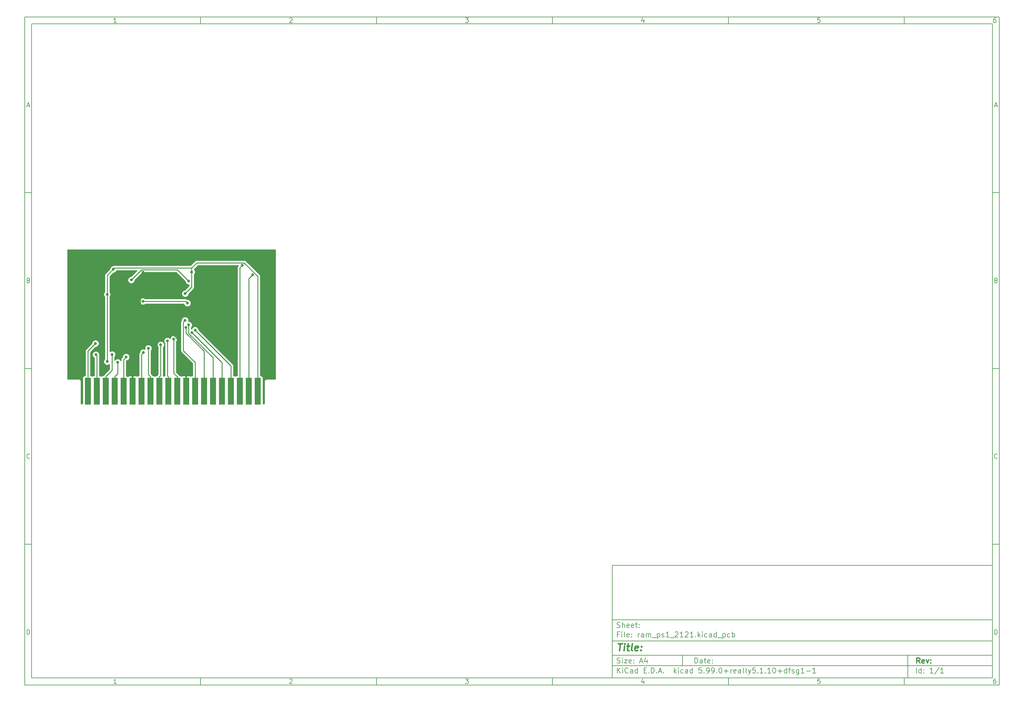
<source format=gbr>
%TF.GenerationSoftware,KiCad,Pcbnew,5.99.0+really5.1.10+dfsg1-1*%
%TF.CreationDate,2022-01-09T16:24:13+01:00*%
%TF.ProjectId,ram_ps1_2121,72616d5f-7073-4315-9f32-3132312e6b69,rev?*%
%TF.SameCoordinates,Original*%
%TF.FileFunction,Copper,L2,Bot*%
%TF.FilePolarity,Positive*%
%FSLAX46Y46*%
G04 Gerber Fmt 4.6, Leading zero omitted, Abs format (unit mm)*
G04 Created by KiCad (PCBNEW 5.99.0+really5.1.10+dfsg1-1) date 2022-01-09 16:24:13*
%MOMM*%
%LPD*%
G01*
G04 APERTURE LIST*
%ADD10C,0.100000*%
%ADD11C,0.150000*%
%ADD12C,0.300000*%
%ADD13C,0.400000*%
%TA.AperFunction,ConnectorPad*%
%ADD14R,1.780000X7.620000*%
%TD*%
%TA.AperFunction,ViaPad*%
%ADD15C,0.800000*%
%TD*%
%TA.AperFunction,Conductor*%
%ADD16C,0.250000*%
%TD*%
%TA.AperFunction,Conductor*%
%ADD17C,0.254000*%
%TD*%
%TA.AperFunction,Conductor*%
%ADD18C,0.100000*%
%TD*%
G04 APERTURE END LIST*
D10*
D11*
X177002200Y-166007200D02*
X177002200Y-198007200D01*
X285002200Y-198007200D01*
X285002200Y-166007200D01*
X177002200Y-166007200D01*
D10*
D11*
X10000000Y-10000000D02*
X10000000Y-200007200D01*
X287002200Y-200007200D01*
X287002200Y-10000000D01*
X10000000Y-10000000D01*
D10*
D11*
X12000000Y-12000000D02*
X12000000Y-198007200D01*
X285002200Y-198007200D01*
X285002200Y-12000000D01*
X12000000Y-12000000D01*
D10*
D11*
X60000000Y-12000000D02*
X60000000Y-10000000D01*
D10*
D11*
X110000000Y-12000000D02*
X110000000Y-10000000D01*
D10*
D11*
X160000000Y-12000000D02*
X160000000Y-10000000D01*
D10*
D11*
X210000000Y-12000000D02*
X210000000Y-10000000D01*
D10*
D11*
X260000000Y-12000000D02*
X260000000Y-10000000D01*
D10*
D11*
X36065476Y-11588095D02*
X35322619Y-11588095D01*
X35694047Y-11588095D02*
X35694047Y-10288095D01*
X35570238Y-10473809D01*
X35446428Y-10597619D01*
X35322619Y-10659523D01*
D10*
D11*
X85322619Y-10411904D02*
X85384523Y-10350000D01*
X85508333Y-10288095D01*
X85817857Y-10288095D01*
X85941666Y-10350000D01*
X86003571Y-10411904D01*
X86065476Y-10535714D01*
X86065476Y-10659523D01*
X86003571Y-10845238D01*
X85260714Y-11588095D01*
X86065476Y-11588095D01*
D10*
D11*
X135260714Y-10288095D02*
X136065476Y-10288095D01*
X135632142Y-10783333D01*
X135817857Y-10783333D01*
X135941666Y-10845238D01*
X136003571Y-10907142D01*
X136065476Y-11030952D01*
X136065476Y-11340476D01*
X136003571Y-11464285D01*
X135941666Y-11526190D01*
X135817857Y-11588095D01*
X135446428Y-11588095D01*
X135322619Y-11526190D01*
X135260714Y-11464285D01*
D10*
D11*
X185941666Y-10721428D02*
X185941666Y-11588095D01*
X185632142Y-10226190D02*
X185322619Y-11154761D01*
X186127380Y-11154761D01*
D10*
D11*
X236003571Y-10288095D02*
X235384523Y-10288095D01*
X235322619Y-10907142D01*
X235384523Y-10845238D01*
X235508333Y-10783333D01*
X235817857Y-10783333D01*
X235941666Y-10845238D01*
X236003571Y-10907142D01*
X236065476Y-11030952D01*
X236065476Y-11340476D01*
X236003571Y-11464285D01*
X235941666Y-11526190D01*
X235817857Y-11588095D01*
X235508333Y-11588095D01*
X235384523Y-11526190D01*
X235322619Y-11464285D01*
D10*
D11*
X285941666Y-10288095D02*
X285694047Y-10288095D01*
X285570238Y-10350000D01*
X285508333Y-10411904D01*
X285384523Y-10597619D01*
X285322619Y-10845238D01*
X285322619Y-11340476D01*
X285384523Y-11464285D01*
X285446428Y-11526190D01*
X285570238Y-11588095D01*
X285817857Y-11588095D01*
X285941666Y-11526190D01*
X286003571Y-11464285D01*
X286065476Y-11340476D01*
X286065476Y-11030952D01*
X286003571Y-10907142D01*
X285941666Y-10845238D01*
X285817857Y-10783333D01*
X285570238Y-10783333D01*
X285446428Y-10845238D01*
X285384523Y-10907142D01*
X285322619Y-11030952D01*
D10*
D11*
X60000000Y-198007200D02*
X60000000Y-200007200D01*
D10*
D11*
X110000000Y-198007200D02*
X110000000Y-200007200D01*
D10*
D11*
X160000000Y-198007200D02*
X160000000Y-200007200D01*
D10*
D11*
X210000000Y-198007200D02*
X210000000Y-200007200D01*
D10*
D11*
X260000000Y-198007200D02*
X260000000Y-200007200D01*
D10*
D11*
X36065476Y-199595295D02*
X35322619Y-199595295D01*
X35694047Y-199595295D02*
X35694047Y-198295295D01*
X35570238Y-198481009D01*
X35446428Y-198604819D01*
X35322619Y-198666723D01*
D10*
D11*
X85322619Y-198419104D02*
X85384523Y-198357200D01*
X85508333Y-198295295D01*
X85817857Y-198295295D01*
X85941666Y-198357200D01*
X86003571Y-198419104D01*
X86065476Y-198542914D01*
X86065476Y-198666723D01*
X86003571Y-198852438D01*
X85260714Y-199595295D01*
X86065476Y-199595295D01*
D10*
D11*
X135260714Y-198295295D02*
X136065476Y-198295295D01*
X135632142Y-198790533D01*
X135817857Y-198790533D01*
X135941666Y-198852438D01*
X136003571Y-198914342D01*
X136065476Y-199038152D01*
X136065476Y-199347676D01*
X136003571Y-199471485D01*
X135941666Y-199533390D01*
X135817857Y-199595295D01*
X135446428Y-199595295D01*
X135322619Y-199533390D01*
X135260714Y-199471485D01*
D10*
D11*
X185941666Y-198728628D02*
X185941666Y-199595295D01*
X185632142Y-198233390D02*
X185322619Y-199161961D01*
X186127380Y-199161961D01*
D10*
D11*
X236003571Y-198295295D02*
X235384523Y-198295295D01*
X235322619Y-198914342D01*
X235384523Y-198852438D01*
X235508333Y-198790533D01*
X235817857Y-198790533D01*
X235941666Y-198852438D01*
X236003571Y-198914342D01*
X236065476Y-199038152D01*
X236065476Y-199347676D01*
X236003571Y-199471485D01*
X235941666Y-199533390D01*
X235817857Y-199595295D01*
X235508333Y-199595295D01*
X235384523Y-199533390D01*
X235322619Y-199471485D01*
D10*
D11*
X285941666Y-198295295D02*
X285694047Y-198295295D01*
X285570238Y-198357200D01*
X285508333Y-198419104D01*
X285384523Y-198604819D01*
X285322619Y-198852438D01*
X285322619Y-199347676D01*
X285384523Y-199471485D01*
X285446428Y-199533390D01*
X285570238Y-199595295D01*
X285817857Y-199595295D01*
X285941666Y-199533390D01*
X286003571Y-199471485D01*
X286065476Y-199347676D01*
X286065476Y-199038152D01*
X286003571Y-198914342D01*
X285941666Y-198852438D01*
X285817857Y-198790533D01*
X285570238Y-198790533D01*
X285446428Y-198852438D01*
X285384523Y-198914342D01*
X285322619Y-199038152D01*
D10*
D11*
X10000000Y-60000000D02*
X12000000Y-60000000D01*
D10*
D11*
X10000000Y-110000000D02*
X12000000Y-110000000D01*
D10*
D11*
X10000000Y-160000000D02*
X12000000Y-160000000D01*
D10*
D11*
X10690476Y-35216666D02*
X11309523Y-35216666D01*
X10566666Y-35588095D02*
X11000000Y-34288095D01*
X11433333Y-35588095D01*
D10*
D11*
X11092857Y-84907142D02*
X11278571Y-84969047D01*
X11340476Y-85030952D01*
X11402380Y-85154761D01*
X11402380Y-85340476D01*
X11340476Y-85464285D01*
X11278571Y-85526190D01*
X11154761Y-85588095D01*
X10659523Y-85588095D01*
X10659523Y-84288095D01*
X11092857Y-84288095D01*
X11216666Y-84350000D01*
X11278571Y-84411904D01*
X11340476Y-84535714D01*
X11340476Y-84659523D01*
X11278571Y-84783333D01*
X11216666Y-84845238D01*
X11092857Y-84907142D01*
X10659523Y-84907142D01*
D10*
D11*
X11402380Y-135464285D02*
X11340476Y-135526190D01*
X11154761Y-135588095D01*
X11030952Y-135588095D01*
X10845238Y-135526190D01*
X10721428Y-135402380D01*
X10659523Y-135278571D01*
X10597619Y-135030952D01*
X10597619Y-134845238D01*
X10659523Y-134597619D01*
X10721428Y-134473809D01*
X10845238Y-134350000D01*
X11030952Y-134288095D01*
X11154761Y-134288095D01*
X11340476Y-134350000D01*
X11402380Y-134411904D01*
D10*
D11*
X10659523Y-185588095D02*
X10659523Y-184288095D01*
X10969047Y-184288095D01*
X11154761Y-184350000D01*
X11278571Y-184473809D01*
X11340476Y-184597619D01*
X11402380Y-184845238D01*
X11402380Y-185030952D01*
X11340476Y-185278571D01*
X11278571Y-185402380D01*
X11154761Y-185526190D01*
X10969047Y-185588095D01*
X10659523Y-185588095D01*
D10*
D11*
X287002200Y-60000000D02*
X285002200Y-60000000D01*
D10*
D11*
X287002200Y-110000000D02*
X285002200Y-110000000D01*
D10*
D11*
X287002200Y-160000000D02*
X285002200Y-160000000D01*
D10*
D11*
X285692676Y-35216666D02*
X286311723Y-35216666D01*
X285568866Y-35588095D02*
X286002200Y-34288095D01*
X286435533Y-35588095D01*
D10*
D11*
X286095057Y-84907142D02*
X286280771Y-84969047D01*
X286342676Y-85030952D01*
X286404580Y-85154761D01*
X286404580Y-85340476D01*
X286342676Y-85464285D01*
X286280771Y-85526190D01*
X286156961Y-85588095D01*
X285661723Y-85588095D01*
X285661723Y-84288095D01*
X286095057Y-84288095D01*
X286218866Y-84350000D01*
X286280771Y-84411904D01*
X286342676Y-84535714D01*
X286342676Y-84659523D01*
X286280771Y-84783333D01*
X286218866Y-84845238D01*
X286095057Y-84907142D01*
X285661723Y-84907142D01*
D10*
D11*
X286404580Y-135464285D02*
X286342676Y-135526190D01*
X286156961Y-135588095D01*
X286033152Y-135588095D01*
X285847438Y-135526190D01*
X285723628Y-135402380D01*
X285661723Y-135278571D01*
X285599819Y-135030952D01*
X285599819Y-134845238D01*
X285661723Y-134597619D01*
X285723628Y-134473809D01*
X285847438Y-134350000D01*
X286033152Y-134288095D01*
X286156961Y-134288095D01*
X286342676Y-134350000D01*
X286404580Y-134411904D01*
D10*
D11*
X285661723Y-185588095D02*
X285661723Y-184288095D01*
X285971247Y-184288095D01*
X286156961Y-184350000D01*
X286280771Y-184473809D01*
X286342676Y-184597619D01*
X286404580Y-184845238D01*
X286404580Y-185030952D01*
X286342676Y-185278571D01*
X286280771Y-185402380D01*
X286156961Y-185526190D01*
X285971247Y-185588095D01*
X285661723Y-185588095D01*
D10*
D11*
X200434342Y-193785771D02*
X200434342Y-192285771D01*
X200791485Y-192285771D01*
X201005771Y-192357200D01*
X201148628Y-192500057D01*
X201220057Y-192642914D01*
X201291485Y-192928628D01*
X201291485Y-193142914D01*
X201220057Y-193428628D01*
X201148628Y-193571485D01*
X201005771Y-193714342D01*
X200791485Y-193785771D01*
X200434342Y-193785771D01*
X202577200Y-193785771D02*
X202577200Y-193000057D01*
X202505771Y-192857200D01*
X202362914Y-192785771D01*
X202077200Y-192785771D01*
X201934342Y-192857200D01*
X202577200Y-193714342D02*
X202434342Y-193785771D01*
X202077200Y-193785771D01*
X201934342Y-193714342D01*
X201862914Y-193571485D01*
X201862914Y-193428628D01*
X201934342Y-193285771D01*
X202077200Y-193214342D01*
X202434342Y-193214342D01*
X202577200Y-193142914D01*
X203077200Y-192785771D02*
X203648628Y-192785771D01*
X203291485Y-192285771D02*
X203291485Y-193571485D01*
X203362914Y-193714342D01*
X203505771Y-193785771D01*
X203648628Y-193785771D01*
X204720057Y-193714342D02*
X204577200Y-193785771D01*
X204291485Y-193785771D01*
X204148628Y-193714342D01*
X204077200Y-193571485D01*
X204077200Y-193000057D01*
X204148628Y-192857200D01*
X204291485Y-192785771D01*
X204577200Y-192785771D01*
X204720057Y-192857200D01*
X204791485Y-193000057D01*
X204791485Y-193142914D01*
X204077200Y-193285771D01*
X205434342Y-193642914D02*
X205505771Y-193714342D01*
X205434342Y-193785771D01*
X205362914Y-193714342D01*
X205434342Y-193642914D01*
X205434342Y-193785771D01*
X205434342Y-192857200D02*
X205505771Y-192928628D01*
X205434342Y-193000057D01*
X205362914Y-192928628D01*
X205434342Y-192857200D01*
X205434342Y-193000057D01*
D10*
D11*
X177002200Y-194507200D02*
X285002200Y-194507200D01*
D10*
D11*
X178434342Y-196585771D02*
X178434342Y-195085771D01*
X179291485Y-196585771D02*
X178648628Y-195728628D01*
X179291485Y-195085771D02*
X178434342Y-195942914D01*
X179934342Y-196585771D02*
X179934342Y-195585771D01*
X179934342Y-195085771D02*
X179862914Y-195157200D01*
X179934342Y-195228628D01*
X180005771Y-195157200D01*
X179934342Y-195085771D01*
X179934342Y-195228628D01*
X181505771Y-196442914D02*
X181434342Y-196514342D01*
X181220057Y-196585771D01*
X181077200Y-196585771D01*
X180862914Y-196514342D01*
X180720057Y-196371485D01*
X180648628Y-196228628D01*
X180577200Y-195942914D01*
X180577200Y-195728628D01*
X180648628Y-195442914D01*
X180720057Y-195300057D01*
X180862914Y-195157200D01*
X181077200Y-195085771D01*
X181220057Y-195085771D01*
X181434342Y-195157200D01*
X181505771Y-195228628D01*
X182791485Y-196585771D02*
X182791485Y-195800057D01*
X182720057Y-195657200D01*
X182577200Y-195585771D01*
X182291485Y-195585771D01*
X182148628Y-195657200D01*
X182791485Y-196514342D02*
X182648628Y-196585771D01*
X182291485Y-196585771D01*
X182148628Y-196514342D01*
X182077200Y-196371485D01*
X182077200Y-196228628D01*
X182148628Y-196085771D01*
X182291485Y-196014342D01*
X182648628Y-196014342D01*
X182791485Y-195942914D01*
X184148628Y-196585771D02*
X184148628Y-195085771D01*
X184148628Y-196514342D02*
X184005771Y-196585771D01*
X183720057Y-196585771D01*
X183577200Y-196514342D01*
X183505771Y-196442914D01*
X183434342Y-196300057D01*
X183434342Y-195871485D01*
X183505771Y-195728628D01*
X183577200Y-195657200D01*
X183720057Y-195585771D01*
X184005771Y-195585771D01*
X184148628Y-195657200D01*
X186005771Y-195800057D02*
X186505771Y-195800057D01*
X186720057Y-196585771D02*
X186005771Y-196585771D01*
X186005771Y-195085771D01*
X186720057Y-195085771D01*
X187362914Y-196442914D02*
X187434342Y-196514342D01*
X187362914Y-196585771D01*
X187291485Y-196514342D01*
X187362914Y-196442914D01*
X187362914Y-196585771D01*
X188077200Y-196585771D02*
X188077200Y-195085771D01*
X188434342Y-195085771D01*
X188648628Y-195157200D01*
X188791485Y-195300057D01*
X188862914Y-195442914D01*
X188934342Y-195728628D01*
X188934342Y-195942914D01*
X188862914Y-196228628D01*
X188791485Y-196371485D01*
X188648628Y-196514342D01*
X188434342Y-196585771D01*
X188077200Y-196585771D01*
X189577200Y-196442914D02*
X189648628Y-196514342D01*
X189577200Y-196585771D01*
X189505771Y-196514342D01*
X189577200Y-196442914D01*
X189577200Y-196585771D01*
X190220057Y-196157200D02*
X190934342Y-196157200D01*
X190077200Y-196585771D02*
X190577200Y-195085771D01*
X191077200Y-196585771D01*
X191577200Y-196442914D02*
X191648628Y-196514342D01*
X191577200Y-196585771D01*
X191505771Y-196514342D01*
X191577200Y-196442914D01*
X191577200Y-196585771D01*
X194577200Y-196585771D02*
X194577200Y-195085771D01*
X194720057Y-196014342D02*
X195148628Y-196585771D01*
X195148628Y-195585771D02*
X194577200Y-196157200D01*
X195791485Y-196585771D02*
X195791485Y-195585771D01*
X195791485Y-195085771D02*
X195720057Y-195157200D01*
X195791485Y-195228628D01*
X195862914Y-195157200D01*
X195791485Y-195085771D01*
X195791485Y-195228628D01*
X197148628Y-196514342D02*
X197005771Y-196585771D01*
X196720057Y-196585771D01*
X196577200Y-196514342D01*
X196505771Y-196442914D01*
X196434342Y-196300057D01*
X196434342Y-195871485D01*
X196505771Y-195728628D01*
X196577200Y-195657200D01*
X196720057Y-195585771D01*
X197005771Y-195585771D01*
X197148628Y-195657200D01*
X198434342Y-196585771D02*
X198434342Y-195800057D01*
X198362914Y-195657200D01*
X198220057Y-195585771D01*
X197934342Y-195585771D01*
X197791485Y-195657200D01*
X198434342Y-196514342D02*
X198291485Y-196585771D01*
X197934342Y-196585771D01*
X197791485Y-196514342D01*
X197720057Y-196371485D01*
X197720057Y-196228628D01*
X197791485Y-196085771D01*
X197934342Y-196014342D01*
X198291485Y-196014342D01*
X198434342Y-195942914D01*
X199791485Y-196585771D02*
X199791485Y-195085771D01*
X199791485Y-196514342D02*
X199648628Y-196585771D01*
X199362914Y-196585771D01*
X199220057Y-196514342D01*
X199148628Y-196442914D01*
X199077200Y-196300057D01*
X199077200Y-195871485D01*
X199148628Y-195728628D01*
X199220057Y-195657200D01*
X199362914Y-195585771D01*
X199648628Y-195585771D01*
X199791485Y-195657200D01*
X202362914Y-195085771D02*
X201648628Y-195085771D01*
X201577200Y-195800057D01*
X201648628Y-195728628D01*
X201791485Y-195657200D01*
X202148628Y-195657200D01*
X202291485Y-195728628D01*
X202362914Y-195800057D01*
X202434342Y-195942914D01*
X202434342Y-196300057D01*
X202362914Y-196442914D01*
X202291485Y-196514342D01*
X202148628Y-196585771D01*
X201791485Y-196585771D01*
X201648628Y-196514342D01*
X201577200Y-196442914D01*
X203077200Y-196442914D02*
X203148628Y-196514342D01*
X203077200Y-196585771D01*
X203005771Y-196514342D01*
X203077200Y-196442914D01*
X203077200Y-196585771D01*
X203862914Y-196585771D02*
X204148628Y-196585771D01*
X204291485Y-196514342D01*
X204362914Y-196442914D01*
X204505771Y-196228628D01*
X204577200Y-195942914D01*
X204577200Y-195371485D01*
X204505771Y-195228628D01*
X204434342Y-195157200D01*
X204291485Y-195085771D01*
X204005771Y-195085771D01*
X203862914Y-195157200D01*
X203791485Y-195228628D01*
X203720057Y-195371485D01*
X203720057Y-195728628D01*
X203791485Y-195871485D01*
X203862914Y-195942914D01*
X204005771Y-196014342D01*
X204291485Y-196014342D01*
X204434342Y-195942914D01*
X204505771Y-195871485D01*
X204577200Y-195728628D01*
X205291485Y-196585771D02*
X205577200Y-196585771D01*
X205720057Y-196514342D01*
X205791485Y-196442914D01*
X205934342Y-196228628D01*
X206005771Y-195942914D01*
X206005771Y-195371485D01*
X205934342Y-195228628D01*
X205862914Y-195157200D01*
X205720057Y-195085771D01*
X205434342Y-195085771D01*
X205291485Y-195157200D01*
X205220057Y-195228628D01*
X205148628Y-195371485D01*
X205148628Y-195728628D01*
X205220057Y-195871485D01*
X205291485Y-195942914D01*
X205434342Y-196014342D01*
X205720057Y-196014342D01*
X205862914Y-195942914D01*
X205934342Y-195871485D01*
X206005771Y-195728628D01*
X206648628Y-196442914D02*
X206720057Y-196514342D01*
X206648628Y-196585771D01*
X206577200Y-196514342D01*
X206648628Y-196442914D01*
X206648628Y-196585771D01*
X207648628Y-195085771D02*
X207791485Y-195085771D01*
X207934342Y-195157200D01*
X208005771Y-195228628D01*
X208077200Y-195371485D01*
X208148628Y-195657200D01*
X208148628Y-196014342D01*
X208077200Y-196300057D01*
X208005771Y-196442914D01*
X207934342Y-196514342D01*
X207791485Y-196585771D01*
X207648628Y-196585771D01*
X207505771Y-196514342D01*
X207434342Y-196442914D01*
X207362914Y-196300057D01*
X207291485Y-196014342D01*
X207291485Y-195657200D01*
X207362914Y-195371485D01*
X207434342Y-195228628D01*
X207505771Y-195157200D01*
X207648628Y-195085771D01*
X208791485Y-196014342D02*
X209934342Y-196014342D01*
X209362914Y-196585771D02*
X209362914Y-195442914D01*
X210648628Y-196585771D02*
X210648628Y-195585771D01*
X210648628Y-195871485D02*
X210720057Y-195728628D01*
X210791485Y-195657200D01*
X210934342Y-195585771D01*
X211077200Y-195585771D01*
X212148628Y-196514342D02*
X212005771Y-196585771D01*
X211720057Y-196585771D01*
X211577200Y-196514342D01*
X211505771Y-196371485D01*
X211505771Y-195800057D01*
X211577200Y-195657200D01*
X211720057Y-195585771D01*
X212005771Y-195585771D01*
X212148628Y-195657200D01*
X212220057Y-195800057D01*
X212220057Y-195942914D01*
X211505771Y-196085771D01*
X213505771Y-196585771D02*
X213505771Y-195800057D01*
X213434342Y-195657200D01*
X213291485Y-195585771D01*
X213005771Y-195585771D01*
X212862914Y-195657200D01*
X213505771Y-196514342D02*
X213362914Y-196585771D01*
X213005771Y-196585771D01*
X212862914Y-196514342D01*
X212791485Y-196371485D01*
X212791485Y-196228628D01*
X212862914Y-196085771D01*
X213005771Y-196014342D01*
X213362914Y-196014342D01*
X213505771Y-195942914D01*
X214434342Y-196585771D02*
X214291485Y-196514342D01*
X214220057Y-196371485D01*
X214220057Y-195085771D01*
X215220057Y-196585771D02*
X215077200Y-196514342D01*
X215005771Y-196371485D01*
X215005771Y-195085771D01*
X215648628Y-195585771D02*
X216005771Y-196585771D01*
X216362914Y-195585771D02*
X216005771Y-196585771D01*
X215862914Y-196942914D01*
X215791485Y-197014342D01*
X215648628Y-197085771D01*
X217648628Y-195085771D02*
X216934342Y-195085771D01*
X216862914Y-195800057D01*
X216934342Y-195728628D01*
X217077200Y-195657200D01*
X217434342Y-195657200D01*
X217577200Y-195728628D01*
X217648628Y-195800057D01*
X217720057Y-195942914D01*
X217720057Y-196300057D01*
X217648628Y-196442914D01*
X217577200Y-196514342D01*
X217434342Y-196585771D01*
X217077200Y-196585771D01*
X216934342Y-196514342D01*
X216862914Y-196442914D01*
X218362914Y-196442914D02*
X218434342Y-196514342D01*
X218362914Y-196585771D01*
X218291485Y-196514342D01*
X218362914Y-196442914D01*
X218362914Y-196585771D01*
X219862914Y-196585771D02*
X219005771Y-196585771D01*
X219434342Y-196585771D02*
X219434342Y-195085771D01*
X219291485Y-195300057D01*
X219148628Y-195442914D01*
X219005771Y-195514342D01*
X220505771Y-196442914D02*
X220577200Y-196514342D01*
X220505771Y-196585771D01*
X220434342Y-196514342D01*
X220505771Y-196442914D01*
X220505771Y-196585771D01*
X222005771Y-196585771D02*
X221148628Y-196585771D01*
X221577200Y-196585771D02*
X221577200Y-195085771D01*
X221434342Y-195300057D01*
X221291485Y-195442914D01*
X221148628Y-195514342D01*
X222934342Y-195085771D02*
X223077200Y-195085771D01*
X223220057Y-195157200D01*
X223291485Y-195228628D01*
X223362914Y-195371485D01*
X223434342Y-195657200D01*
X223434342Y-196014342D01*
X223362914Y-196300057D01*
X223291485Y-196442914D01*
X223220057Y-196514342D01*
X223077200Y-196585771D01*
X222934342Y-196585771D01*
X222791485Y-196514342D01*
X222720057Y-196442914D01*
X222648628Y-196300057D01*
X222577200Y-196014342D01*
X222577200Y-195657200D01*
X222648628Y-195371485D01*
X222720057Y-195228628D01*
X222791485Y-195157200D01*
X222934342Y-195085771D01*
X224077200Y-196014342D02*
X225220057Y-196014342D01*
X224648628Y-196585771D02*
X224648628Y-195442914D01*
X226577200Y-196585771D02*
X226577200Y-195085771D01*
X226577200Y-196514342D02*
X226434342Y-196585771D01*
X226148628Y-196585771D01*
X226005771Y-196514342D01*
X225934342Y-196442914D01*
X225862914Y-196300057D01*
X225862914Y-195871485D01*
X225934342Y-195728628D01*
X226005771Y-195657200D01*
X226148628Y-195585771D01*
X226434342Y-195585771D01*
X226577200Y-195657200D01*
X227077200Y-195585771D02*
X227648628Y-195585771D01*
X227291485Y-196585771D02*
X227291485Y-195300057D01*
X227362914Y-195157200D01*
X227505771Y-195085771D01*
X227648628Y-195085771D01*
X228077200Y-196514342D02*
X228220057Y-196585771D01*
X228505771Y-196585771D01*
X228648628Y-196514342D01*
X228720057Y-196371485D01*
X228720057Y-196300057D01*
X228648628Y-196157200D01*
X228505771Y-196085771D01*
X228291485Y-196085771D01*
X228148628Y-196014342D01*
X228077200Y-195871485D01*
X228077200Y-195800057D01*
X228148628Y-195657200D01*
X228291485Y-195585771D01*
X228505771Y-195585771D01*
X228648628Y-195657200D01*
X230005771Y-195585771D02*
X230005771Y-196800057D01*
X229934342Y-196942914D01*
X229862914Y-197014342D01*
X229720057Y-197085771D01*
X229505771Y-197085771D01*
X229362914Y-197014342D01*
X230005771Y-196514342D02*
X229862914Y-196585771D01*
X229577200Y-196585771D01*
X229434342Y-196514342D01*
X229362914Y-196442914D01*
X229291485Y-196300057D01*
X229291485Y-195871485D01*
X229362914Y-195728628D01*
X229434342Y-195657200D01*
X229577200Y-195585771D01*
X229862914Y-195585771D01*
X230005771Y-195657200D01*
X231505771Y-196585771D02*
X230648628Y-196585771D01*
X231077200Y-196585771D02*
X231077200Y-195085771D01*
X230934342Y-195300057D01*
X230791485Y-195442914D01*
X230648628Y-195514342D01*
X232148628Y-196014342D02*
X233291485Y-196014342D01*
X234791485Y-196585771D02*
X233934342Y-196585771D01*
X234362914Y-196585771D02*
X234362914Y-195085771D01*
X234220057Y-195300057D01*
X234077200Y-195442914D01*
X233934342Y-195514342D01*
D10*
D11*
X177002200Y-191507200D02*
X285002200Y-191507200D01*
D10*
D12*
X264411485Y-193785771D02*
X263911485Y-193071485D01*
X263554342Y-193785771D02*
X263554342Y-192285771D01*
X264125771Y-192285771D01*
X264268628Y-192357200D01*
X264340057Y-192428628D01*
X264411485Y-192571485D01*
X264411485Y-192785771D01*
X264340057Y-192928628D01*
X264268628Y-193000057D01*
X264125771Y-193071485D01*
X263554342Y-193071485D01*
X265625771Y-193714342D02*
X265482914Y-193785771D01*
X265197200Y-193785771D01*
X265054342Y-193714342D01*
X264982914Y-193571485D01*
X264982914Y-193000057D01*
X265054342Y-192857200D01*
X265197200Y-192785771D01*
X265482914Y-192785771D01*
X265625771Y-192857200D01*
X265697200Y-193000057D01*
X265697200Y-193142914D01*
X264982914Y-193285771D01*
X266197200Y-192785771D02*
X266554342Y-193785771D01*
X266911485Y-192785771D01*
X267482914Y-193642914D02*
X267554342Y-193714342D01*
X267482914Y-193785771D01*
X267411485Y-193714342D01*
X267482914Y-193642914D01*
X267482914Y-193785771D01*
X267482914Y-192857200D02*
X267554342Y-192928628D01*
X267482914Y-193000057D01*
X267411485Y-192928628D01*
X267482914Y-192857200D01*
X267482914Y-193000057D01*
D10*
D11*
X178362914Y-193714342D02*
X178577200Y-193785771D01*
X178934342Y-193785771D01*
X179077200Y-193714342D01*
X179148628Y-193642914D01*
X179220057Y-193500057D01*
X179220057Y-193357200D01*
X179148628Y-193214342D01*
X179077200Y-193142914D01*
X178934342Y-193071485D01*
X178648628Y-193000057D01*
X178505771Y-192928628D01*
X178434342Y-192857200D01*
X178362914Y-192714342D01*
X178362914Y-192571485D01*
X178434342Y-192428628D01*
X178505771Y-192357200D01*
X178648628Y-192285771D01*
X179005771Y-192285771D01*
X179220057Y-192357200D01*
X179862914Y-193785771D02*
X179862914Y-192785771D01*
X179862914Y-192285771D02*
X179791485Y-192357200D01*
X179862914Y-192428628D01*
X179934342Y-192357200D01*
X179862914Y-192285771D01*
X179862914Y-192428628D01*
X180434342Y-192785771D02*
X181220057Y-192785771D01*
X180434342Y-193785771D01*
X181220057Y-193785771D01*
X182362914Y-193714342D02*
X182220057Y-193785771D01*
X181934342Y-193785771D01*
X181791485Y-193714342D01*
X181720057Y-193571485D01*
X181720057Y-193000057D01*
X181791485Y-192857200D01*
X181934342Y-192785771D01*
X182220057Y-192785771D01*
X182362914Y-192857200D01*
X182434342Y-193000057D01*
X182434342Y-193142914D01*
X181720057Y-193285771D01*
X183077200Y-193642914D02*
X183148628Y-193714342D01*
X183077200Y-193785771D01*
X183005771Y-193714342D01*
X183077200Y-193642914D01*
X183077200Y-193785771D01*
X183077200Y-192857200D02*
X183148628Y-192928628D01*
X183077200Y-193000057D01*
X183005771Y-192928628D01*
X183077200Y-192857200D01*
X183077200Y-193000057D01*
X184862914Y-193357200D02*
X185577200Y-193357200D01*
X184720057Y-193785771D02*
X185220057Y-192285771D01*
X185720057Y-193785771D01*
X186862914Y-192785771D02*
X186862914Y-193785771D01*
X186505771Y-192214342D02*
X186148628Y-193285771D01*
X187077200Y-193285771D01*
D10*
D11*
X263434342Y-196585771D02*
X263434342Y-195085771D01*
X264791485Y-196585771D02*
X264791485Y-195085771D01*
X264791485Y-196514342D02*
X264648628Y-196585771D01*
X264362914Y-196585771D01*
X264220057Y-196514342D01*
X264148628Y-196442914D01*
X264077200Y-196300057D01*
X264077200Y-195871485D01*
X264148628Y-195728628D01*
X264220057Y-195657200D01*
X264362914Y-195585771D01*
X264648628Y-195585771D01*
X264791485Y-195657200D01*
X265505771Y-196442914D02*
X265577200Y-196514342D01*
X265505771Y-196585771D01*
X265434342Y-196514342D01*
X265505771Y-196442914D01*
X265505771Y-196585771D01*
X265505771Y-195657200D02*
X265577200Y-195728628D01*
X265505771Y-195800057D01*
X265434342Y-195728628D01*
X265505771Y-195657200D01*
X265505771Y-195800057D01*
X268148628Y-196585771D02*
X267291485Y-196585771D01*
X267720057Y-196585771D02*
X267720057Y-195085771D01*
X267577200Y-195300057D01*
X267434342Y-195442914D01*
X267291485Y-195514342D01*
X269862914Y-195014342D02*
X268577200Y-196942914D01*
X271148628Y-196585771D02*
X270291485Y-196585771D01*
X270720057Y-196585771D02*
X270720057Y-195085771D01*
X270577200Y-195300057D01*
X270434342Y-195442914D01*
X270291485Y-195514342D01*
D10*
D11*
X177002200Y-187507200D02*
X285002200Y-187507200D01*
D10*
D13*
X178714580Y-188211961D02*
X179857438Y-188211961D01*
X179036009Y-190211961D02*
X179286009Y-188211961D01*
X180274104Y-190211961D02*
X180440771Y-188878628D01*
X180524104Y-188211961D02*
X180416961Y-188307200D01*
X180500295Y-188402438D01*
X180607438Y-188307200D01*
X180524104Y-188211961D01*
X180500295Y-188402438D01*
X181107438Y-188878628D02*
X181869342Y-188878628D01*
X181476485Y-188211961D02*
X181262200Y-189926247D01*
X181333628Y-190116723D01*
X181512200Y-190211961D01*
X181702676Y-190211961D01*
X182655057Y-190211961D02*
X182476485Y-190116723D01*
X182405057Y-189926247D01*
X182619342Y-188211961D01*
X184190771Y-190116723D02*
X183988390Y-190211961D01*
X183607438Y-190211961D01*
X183428866Y-190116723D01*
X183357438Y-189926247D01*
X183452676Y-189164342D01*
X183571723Y-188973866D01*
X183774104Y-188878628D01*
X184155057Y-188878628D01*
X184333628Y-188973866D01*
X184405057Y-189164342D01*
X184381247Y-189354819D01*
X183405057Y-189545295D01*
X185155057Y-190021485D02*
X185238390Y-190116723D01*
X185131247Y-190211961D01*
X185047914Y-190116723D01*
X185155057Y-190021485D01*
X185131247Y-190211961D01*
X185286009Y-188973866D02*
X185369342Y-189069104D01*
X185262200Y-189164342D01*
X185178866Y-189069104D01*
X185286009Y-188973866D01*
X185262200Y-189164342D01*
D10*
D11*
X178934342Y-185600057D02*
X178434342Y-185600057D01*
X178434342Y-186385771D02*
X178434342Y-184885771D01*
X179148628Y-184885771D01*
X179720057Y-186385771D02*
X179720057Y-185385771D01*
X179720057Y-184885771D02*
X179648628Y-184957200D01*
X179720057Y-185028628D01*
X179791485Y-184957200D01*
X179720057Y-184885771D01*
X179720057Y-185028628D01*
X180648628Y-186385771D02*
X180505771Y-186314342D01*
X180434342Y-186171485D01*
X180434342Y-184885771D01*
X181791485Y-186314342D02*
X181648628Y-186385771D01*
X181362914Y-186385771D01*
X181220057Y-186314342D01*
X181148628Y-186171485D01*
X181148628Y-185600057D01*
X181220057Y-185457200D01*
X181362914Y-185385771D01*
X181648628Y-185385771D01*
X181791485Y-185457200D01*
X181862914Y-185600057D01*
X181862914Y-185742914D01*
X181148628Y-185885771D01*
X182505771Y-186242914D02*
X182577200Y-186314342D01*
X182505771Y-186385771D01*
X182434342Y-186314342D01*
X182505771Y-186242914D01*
X182505771Y-186385771D01*
X182505771Y-185457200D02*
X182577200Y-185528628D01*
X182505771Y-185600057D01*
X182434342Y-185528628D01*
X182505771Y-185457200D01*
X182505771Y-185600057D01*
X184362914Y-186385771D02*
X184362914Y-185385771D01*
X184362914Y-185671485D02*
X184434342Y-185528628D01*
X184505771Y-185457200D01*
X184648628Y-185385771D01*
X184791485Y-185385771D01*
X185934342Y-186385771D02*
X185934342Y-185600057D01*
X185862914Y-185457200D01*
X185720057Y-185385771D01*
X185434342Y-185385771D01*
X185291485Y-185457200D01*
X185934342Y-186314342D02*
X185791485Y-186385771D01*
X185434342Y-186385771D01*
X185291485Y-186314342D01*
X185220057Y-186171485D01*
X185220057Y-186028628D01*
X185291485Y-185885771D01*
X185434342Y-185814342D01*
X185791485Y-185814342D01*
X185934342Y-185742914D01*
X186648628Y-186385771D02*
X186648628Y-185385771D01*
X186648628Y-185528628D02*
X186720057Y-185457200D01*
X186862914Y-185385771D01*
X187077200Y-185385771D01*
X187220057Y-185457200D01*
X187291485Y-185600057D01*
X187291485Y-186385771D01*
X187291485Y-185600057D02*
X187362914Y-185457200D01*
X187505771Y-185385771D01*
X187720057Y-185385771D01*
X187862914Y-185457200D01*
X187934342Y-185600057D01*
X187934342Y-186385771D01*
X188291485Y-186528628D02*
X189434342Y-186528628D01*
X189791485Y-185385771D02*
X189791485Y-186885771D01*
X189791485Y-185457200D02*
X189934342Y-185385771D01*
X190220057Y-185385771D01*
X190362914Y-185457200D01*
X190434342Y-185528628D01*
X190505771Y-185671485D01*
X190505771Y-186100057D01*
X190434342Y-186242914D01*
X190362914Y-186314342D01*
X190220057Y-186385771D01*
X189934342Y-186385771D01*
X189791485Y-186314342D01*
X191077200Y-186314342D02*
X191220057Y-186385771D01*
X191505771Y-186385771D01*
X191648628Y-186314342D01*
X191720057Y-186171485D01*
X191720057Y-186100057D01*
X191648628Y-185957200D01*
X191505771Y-185885771D01*
X191291485Y-185885771D01*
X191148628Y-185814342D01*
X191077200Y-185671485D01*
X191077200Y-185600057D01*
X191148628Y-185457200D01*
X191291485Y-185385771D01*
X191505771Y-185385771D01*
X191648628Y-185457200D01*
X193148628Y-186385771D02*
X192291485Y-186385771D01*
X192720057Y-186385771D02*
X192720057Y-184885771D01*
X192577200Y-185100057D01*
X192434342Y-185242914D01*
X192291485Y-185314342D01*
X193434342Y-186528628D02*
X194577200Y-186528628D01*
X194862914Y-185028628D02*
X194934342Y-184957200D01*
X195077200Y-184885771D01*
X195434342Y-184885771D01*
X195577200Y-184957200D01*
X195648628Y-185028628D01*
X195720057Y-185171485D01*
X195720057Y-185314342D01*
X195648628Y-185528628D01*
X194791485Y-186385771D01*
X195720057Y-186385771D01*
X197148628Y-186385771D02*
X196291485Y-186385771D01*
X196720057Y-186385771D02*
X196720057Y-184885771D01*
X196577200Y-185100057D01*
X196434342Y-185242914D01*
X196291485Y-185314342D01*
X197720057Y-185028628D02*
X197791485Y-184957200D01*
X197934342Y-184885771D01*
X198291485Y-184885771D01*
X198434342Y-184957200D01*
X198505771Y-185028628D01*
X198577200Y-185171485D01*
X198577200Y-185314342D01*
X198505771Y-185528628D01*
X197648628Y-186385771D01*
X198577200Y-186385771D01*
X200005771Y-186385771D02*
X199148628Y-186385771D01*
X199577200Y-186385771D02*
X199577200Y-184885771D01*
X199434342Y-185100057D01*
X199291485Y-185242914D01*
X199148628Y-185314342D01*
X200648628Y-186242914D02*
X200720057Y-186314342D01*
X200648628Y-186385771D01*
X200577200Y-186314342D01*
X200648628Y-186242914D01*
X200648628Y-186385771D01*
X201362914Y-186385771D02*
X201362914Y-184885771D01*
X201505771Y-185814342D02*
X201934342Y-186385771D01*
X201934342Y-185385771D02*
X201362914Y-185957200D01*
X202577200Y-186385771D02*
X202577200Y-185385771D01*
X202577200Y-184885771D02*
X202505771Y-184957200D01*
X202577200Y-185028628D01*
X202648628Y-184957200D01*
X202577200Y-184885771D01*
X202577200Y-185028628D01*
X203934342Y-186314342D02*
X203791485Y-186385771D01*
X203505771Y-186385771D01*
X203362914Y-186314342D01*
X203291485Y-186242914D01*
X203220057Y-186100057D01*
X203220057Y-185671485D01*
X203291485Y-185528628D01*
X203362914Y-185457200D01*
X203505771Y-185385771D01*
X203791485Y-185385771D01*
X203934342Y-185457200D01*
X205220057Y-186385771D02*
X205220057Y-185600057D01*
X205148628Y-185457200D01*
X205005771Y-185385771D01*
X204720057Y-185385771D01*
X204577200Y-185457200D01*
X205220057Y-186314342D02*
X205077200Y-186385771D01*
X204720057Y-186385771D01*
X204577200Y-186314342D01*
X204505771Y-186171485D01*
X204505771Y-186028628D01*
X204577200Y-185885771D01*
X204720057Y-185814342D01*
X205077200Y-185814342D01*
X205220057Y-185742914D01*
X206577200Y-186385771D02*
X206577200Y-184885771D01*
X206577200Y-186314342D02*
X206434342Y-186385771D01*
X206148628Y-186385771D01*
X206005771Y-186314342D01*
X205934342Y-186242914D01*
X205862914Y-186100057D01*
X205862914Y-185671485D01*
X205934342Y-185528628D01*
X206005771Y-185457200D01*
X206148628Y-185385771D01*
X206434342Y-185385771D01*
X206577200Y-185457200D01*
X206934342Y-186528628D02*
X208077200Y-186528628D01*
X208434342Y-185385771D02*
X208434342Y-186885771D01*
X208434342Y-185457200D02*
X208577200Y-185385771D01*
X208862914Y-185385771D01*
X209005771Y-185457200D01*
X209077200Y-185528628D01*
X209148628Y-185671485D01*
X209148628Y-186100057D01*
X209077200Y-186242914D01*
X209005771Y-186314342D01*
X208862914Y-186385771D01*
X208577200Y-186385771D01*
X208434342Y-186314342D01*
X210434342Y-186314342D02*
X210291485Y-186385771D01*
X210005771Y-186385771D01*
X209862914Y-186314342D01*
X209791485Y-186242914D01*
X209720057Y-186100057D01*
X209720057Y-185671485D01*
X209791485Y-185528628D01*
X209862914Y-185457200D01*
X210005771Y-185385771D01*
X210291485Y-185385771D01*
X210434342Y-185457200D01*
X211077200Y-186385771D02*
X211077200Y-184885771D01*
X211077200Y-185457200D02*
X211220057Y-185385771D01*
X211505771Y-185385771D01*
X211648628Y-185457200D01*
X211720057Y-185528628D01*
X211791485Y-185671485D01*
X211791485Y-186100057D01*
X211720057Y-186242914D01*
X211648628Y-186314342D01*
X211505771Y-186385771D01*
X211220057Y-186385771D01*
X211077200Y-186314342D01*
D10*
D11*
X177002200Y-181507200D02*
X285002200Y-181507200D01*
D10*
D11*
X178362914Y-183614342D02*
X178577200Y-183685771D01*
X178934342Y-183685771D01*
X179077200Y-183614342D01*
X179148628Y-183542914D01*
X179220057Y-183400057D01*
X179220057Y-183257200D01*
X179148628Y-183114342D01*
X179077200Y-183042914D01*
X178934342Y-182971485D01*
X178648628Y-182900057D01*
X178505771Y-182828628D01*
X178434342Y-182757200D01*
X178362914Y-182614342D01*
X178362914Y-182471485D01*
X178434342Y-182328628D01*
X178505771Y-182257200D01*
X178648628Y-182185771D01*
X179005771Y-182185771D01*
X179220057Y-182257200D01*
X179862914Y-183685771D02*
X179862914Y-182185771D01*
X180505771Y-183685771D02*
X180505771Y-182900057D01*
X180434342Y-182757200D01*
X180291485Y-182685771D01*
X180077200Y-182685771D01*
X179934342Y-182757200D01*
X179862914Y-182828628D01*
X181791485Y-183614342D02*
X181648628Y-183685771D01*
X181362914Y-183685771D01*
X181220057Y-183614342D01*
X181148628Y-183471485D01*
X181148628Y-182900057D01*
X181220057Y-182757200D01*
X181362914Y-182685771D01*
X181648628Y-182685771D01*
X181791485Y-182757200D01*
X181862914Y-182900057D01*
X181862914Y-183042914D01*
X181148628Y-183185771D01*
X183077200Y-183614342D02*
X182934342Y-183685771D01*
X182648628Y-183685771D01*
X182505771Y-183614342D01*
X182434342Y-183471485D01*
X182434342Y-182900057D01*
X182505771Y-182757200D01*
X182648628Y-182685771D01*
X182934342Y-182685771D01*
X183077200Y-182757200D01*
X183148628Y-182900057D01*
X183148628Y-183042914D01*
X182434342Y-183185771D01*
X183577200Y-182685771D02*
X184148628Y-182685771D01*
X183791485Y-182185771D02*
X183791485Y-183471485D01*
X183862914Y-183614342D01*
X184005771Y-183685771D01*
X184148628Y-183685771D01*
X184648628Y-183542914D02*
X184720057Y-183614342D01*
X184648628Y-183685771D01*
X184577200Y-183614342D01*
X184648628Y-183542914D01*
X184648628Y-183685771D01*
X184648628Y-182757200D02*
X184720057Y-182828628D01*
X184648628Y-182900057D01*
X184577200Y-182828628D01*
X184648628Y-182757200D01*
X184648628Y-182900057D01*
D10*
D11*
X197002200Y-191507200D02*
X197002200Y-194507200D01*
D10*
D11*
X261002200Y-191507200D02*
X261002200Y-198007200D01*
D14*
%TO.P,U1,21*%
%TO.N,VCC*%
X76200000Y-116455000D03*
%TO.P,U1,22*%
%TO.N,Net-(JP1-Pad2)*%
X73660000Y-116455000D03*
%TO.P,U1,40*%
%TO.N,/A0*%
X27940000Y-116455000D03*
%TO.P,U1,39*%
%TO.N,/A1*%
X30480000Y-116455000D03*
%TO.P,U1,38*%
%TO.N,/A2*%
X33020000Y-116455000D03*
%TO.P,U1,37*%
%TO.N,/A3*%
X35560000Y-116455000D03*
%TO.P,U1,36*%
%TO.N,/A4*%
X38100000Y-116455000D03*
%TO.P,U1,35*%
%TO.N,GND*%
X40640000Y-116455000D03*
%TO.P,U1,34*%
%TO.N,/A5*%
X43180000Y-116455000D03*
%TO.P,U1,33*%
%TO.N,/A6*%
X45720000Y-116455000D03*
%TO.P,U1,32*%
%TO.N,/A7*%
X48260000Y-116455000D03*
%TO.P,U1,31*%
%TO.N,/A8*%
X50800000Y-116455000D03*
%TO.P,U1,30*%
%TO.N,/A9*%
X53340000Y-116455000D03*
%TO.P,U1,29*%
%TO.N,GND*%
X55880000Y-116455000D03*
%TO.P,U1,28*%
%TO.N,/LCAS*%
X58420000Y-116455000D03*
%TO.P,U1,27*%
%TO.N,/UCAS*%
X60960000Y-116455000D03*
%TO.P,U1,26*%
%TO.N,/WE*%
X63500000Y-116455000D03*
%TO.P,U1,25*%
%TO.N,/RAS0*%
X66040000Y-116455000D03*
%TO.P,U1,24*%
%TO.N,/RAS1*%
X68580000Y-116455000D03*
%TO.P,U1,23*%
%TO.N,Net-(JP2-Pad2)*%
X71120000Y-116455000D03*
%TD*%
D15*
%TO.N,VCC*%
X33438900Y-88900000D03*
X35208600Y-81758800D03*
X33438900Y-108012700D03*
X57450300Y-82550000D03*
X55600900Y-88678800D03*
%TO.N,GND*%
X40284700Y-108031300D03*
X39281100Y-112036800D03*
X53619700Y-110074300D03*
X43540300Y-88828400D03*
X43599800Y-82607700D03*
X40284700Y-99025200D03*
X26035000Y-80010000D03*
X24130000Y-104140000D03*
X78740000Y-104775000D03*
X78105000Y-89535000D03*
%TO.N,Net-(JP1-Pad2)*%
X74752800Y-83335600D03*
%TO.N,Net-(JP2-Pad2)*%
X71841200Y-80645000D03*
%TO.N,/D10*%
X43601500Y-90897700D03*
X56238400Y-91400200D03*
%TO.N,/D14*%
X40293200Y-84814500D03*
X56623800Y-85152500D03*
%TO.N,/A0*%
X30116300Y-102870000D03*
%TO.N,/A1*%
X30227000Y-106041800D03*
%TO.N,/A2*%
X34847500Y-105989300D03*
%TO.N,/A3*%
X36420800Y-108245700D03*
%TO.N,/A4*%
X38829100Y-106718100D03*
%TO.N,/A5*%
X43740600Y-105429200D03*
%TO.N,/A6*%
X45154700Y-104234300D03*
%TO.N,/A7*%
X48661500Y-103215300D03*
%TO.N,/A8*%
X50570200Y-102138400D03*
%TO.N,/A9*%
X52356100Y-101614700D03*
%TO.N,/LCAS*%
X55591500Y-96276100D03*
%TO.N,/UCAS*%
X55855600Y-98328500D03*
%TO.N,/WE*%
X56629300Y-97603200D03*
%TO.N,/RAS0*%
X57510800Y-99750600D03*
%TO.N,/RAS1*%
X58421900Y-99057300D03*
%TD*%
D16*
%TO.N,VCC*%
X33438900Y-88900000D02*
X33438900Y-83528500D01*
X33438900Y-83528500D02*
X35208600Y-81758800D01*
X33438900Y-108012700D02*
X33438900Y-88900000D01*
X57450300Y-81419400D02*
X57450300Y-82550000D01*
X76200000Y-112319700D02*
X76200000Y-83750400D01*
X76200000Y-83750400D02*
X72369200Y-79919600D01*
X72369200Y-79919600D02*
X58950100Y-79919600D01*
X58950100Y-79919600D02*
X57450300Y-81419400D01*
X57450300Y-81419400D02*
X35548000Y-81419400D01*
X35548000Y-81419400D02*
X35208600Y-81758800D01*
X55600900Y-88678800D02*
X57450300Y-86829400D01*
X57450300Y-86829400D02*
X57450300Y-82550000D01*
X76200000Y-116455000D02*
X76200000Y-112319700D01*
%TO.N,GND*%
X40284700Y-108031300D02*
X40284700Y-111964000D01*
X40284700Y-111964000D02*
X40284500Y-111964200D01*
X40284700Y-99025200D02*
X40284700Y-108031300D01*
X42864600Y-97152000D02*
X42157900Y-97152000D01*
X42157900Y-97152000D02*
X40284700Y-99025200D01*
X40284500Y-111964200D02*
X40640000Y-112319700D01*
X39281100Y-112036800D02*
X39353700Y-111964200D01*
X39353700Y-111964200D02*
X40284500Y-111964200D01*
X53619700Y-110074300D02*
X53619700Y-101839900D01*
X53619700Y-101839900D02*
X48931800Y-97152000D01*
X48931800Y-97152000D02*
X42864600Y-97152000D01*
X55880000Y-112319700D02*
X53634600Y-110074300D01*
X53634600Y-110074300D02*
X53619700Y-110074300D01*
X55880000Y-116455000D02*
X55880000Y-112319700D01*
X43540300Y-88828400D02*
X42864600Y-89504100D01*
X42864600Y-89504100D02*
X42864600Y-97152000D01*
X43540300Y-88828400D02*
X43540300Y-82667200D01*
X43540300Y-82667200D02*
X43599800Y-82607700D01*
X40640000Y-116455000D02*
X40640000Y-112319700D01*
%TO.N,Net-(JP1-Pad2)*%
X74752800Y-83335600D02*
X73660000Y-84428400D01*
X73660000Y-84428400D02*
X73660000Y-116455000D01*
%TO.N,Net-(JP2-Pad2)*%
X71120000Y-116455000D02*
X71120000Y-81366200D01*
X71120000Y-81366200D02*
X71841200Y-80645000D01*
%TO.N,/D10*%
X43601500Y-90897700D02*
X55735900Y-90897700D01*
X55735900Y-90897700D02*
X56238400Y-91400200D01*
%TO.N,/D14*%
X56623800Y-85152500D02*
X53353700Y-81882400D01*
X53353700Y-81882400D02*
X43225300Y-81882400D01*
X43225300Y-81882400D02*
X40293200Y-84814500D01*
%TO.N,/A0*%
X27940000Y-116455000D02*
X27940000Y-105046300D01*
X27940000Y-105046300D02*
X30116300Y-102870000D01*
%TO.N,/A1*%
X30480000Y-116455000D02*
X30480000Y-106294800D01*
X30480000Y-106294800D02*
X30227000Y-106041800D01*
%TO.N,/A2*%
X33020000Y-112319700D02*
X34847500Y-110492200D01*
X34847500Y-110492200D02*
X34847500Y-105989300D01*
X33020000Y-116455000D02*
X33020000Y-112319700D01*
%TO.N,/A3*%
X35560000Y-116455000D02*
X35560000Y-112319700D01*
X35560000Y-112319700D02*
X36420800Y-111458900D01*
X36420800Y-111458900D02*
X36420800Y-108245700D01*
%TO.N,/A4*%
X38100000Y-112319700D02*
X38100000Y-107447200D01*
X38100000Y-107447200D02*
X38829100Y-106718100D01*
X38100000Y-116455000D02*
X38100000Y-112319700D01*
%TO.N,/A5*%
X43740600Y-105429200D02*
X43180000Y-105989800D01*
X43180000Y-105989800D02*
X43180000Y-116455000D01*
%TO.N,/A6*%
X45720000Y-112319700D02*
X45154700Y-111754400D01*
X45154700Y-111754400D02*
X45154700Y-104234300D01*
X45720000Y-116455000D02*
X45720000Y-112319700D01*
%TO.N,/A7*%
X48260000Y-116455000D02*
X48260000Y-112319700D01*
X48661500Y-103215300D02*
X48661500Y-111918200D01*
X48661500Y-111918200D02*
X48260000Y-112319700D01*
%TO.N,/A8*%
X50570200Y-102138400D02*
X50570200Y-112089900D01*
X50570200Y-112089900D02*
X50800000Y-112319700D01*
X50800000Y-116455000D02*
X50800000Y-112319700D01*
%TO.N,/A9*%
X53340000Y-116455000D02*
X53340000Y-112319700D01*
X52356100Y-101614700D02*
X52356100Y-111335800D01*
X52356100Y-111335800D02*
X53340000Y-112319700D01*
%TO.N,/LCAS*%
X55591500Y-96276100D02*
X55097100Y-96770500D01*
X55097100Y-96770500D02*
X55097100Y-104892200D01*
X55097100Y-104892200D02*
X58420000Y-108215100D01*
X58420000Y-108215100D02*
X58420000Y-116455000D01*
%TO.N,/UCAS*%
X55855600Y-98328500D02*
X55855600Y-99903300D01*
X55855600Y-99903300D02*
X60960000Y-105007700D01*
X60960000Y-105007700D02*
X60960000Y-116455000D01*
%TO.N,/WE*%
X63500000Y-116455000D02*
X63500000Y-106910700D01*
X63500000Y-106910700D02*
X56629300Y-100040000D01*
X56629300Y-100040000D02*
X56629300Y-97603200D01*
%TO.N,/RAS0*%
X66040000Y-112319700D02*
X66039900Y-112319700D01*
X66039900Y-112319700D02*
X66039900Y-108279700D01*
X66039900Y-108279700D02*
X57510800Y-99750600D01*
X66040000Y-116455000D02*
X66040000Y-112319700D01*
%TO.N,/RAS1*%
X68580000Y-116455000D02*
X68580000Y-109215400D01*
X68580000Y-109215400D02*
X58421900Y-99057300D01*
%TD*%
D17*
%TO.N,GND*%
X81255000Y-76802582D02*
X81255001Y-84422581D01*
X81255000Y-113005000D01*
X78772419Y-113005000D01*
X78740000Y-113001807D01*
X78707581Y-113005000D01*
X78610617Y-113014550D01*
X78486207Y-113052290D01*
X78371550Y-113113575D01*
X78271052Y-113196052D01*
X78188575Y-113296550D01*
X78127290Y-113411207D01*
X78089550Y-113535617D01*
X78076807Y-113665000D01*
X78080001Y-113697429D01*
X78080000Y-119990000D01*
X77728072Y-119990000D01*
X77728072Y-112645000D01*
X77715812Y-112520518D01*
X77679502Y-112400820D01*
X77620537Y-112290506D01*
X77541185Y-112193815D01*
X77444494Y-112114463D01*
X77334180Y-112055498D01*
X77214482Y-112019188D01*
X77090000Y-112006928D01*
X76960000Y-112006928D01*
X76960000Y-83787722D01*
X76963676Y-83750399D01*
X76960000Y-83713076D01*
X76960000Y-83713067D01*
X76949003Y-83601414D01*
X76905546Y-83458153D01*
X76834974Y-83326124D01*
X76740001Y-83210399D01*
X76711003Y-83186601D01*
X72933004Y-79408603D01*
X72909201Y-79379599D01*
X72793476Y-79284626D01*
X72661447Y-79214054D01*
X72518186Y-79170597D01*
X72406533Y-79159600D01*
X72406522Y-79159600D01*
X72369200Y-79155924D01*
X72331878Y-79159600D01*
X58987433Y-79159600D01*
X58950100Y-79155923D01*
X58912767Y-79159600D01*
X58801114Y-79170597D01*
X58657853Y-79214054D01*
X58525824Y-79284626D01*
X58410099Y-79379599D01*
X58386301Y-79408597D01*
X57135499Y-80659400D01*
X35585322Y-80659400D01*
X35547999Y-80655724D01*
X35510676Y-80659400D01*
X35510667Y-80659400D01*
X35399014Y-80670397D01*
X35255753Y-80713854D01*
X35237146Y-80723800D01*
X35106661Y-80723800D01*
X34906702Y-80763574D01*
X34718344Y-80841595D01*
X34548826Y-80954863D01*
X34404663Y-81099026D01*
X34291395Y-81268544D01*
X34213374Y-81456902D01*
X34173600Y-81656861D01*
X34173600Y-81718998D01*
X32927898Y-82964701D01*
X32898900Y-82988499D01*
X32875102Y-83017497D01*
X32875101Y-83017498D01*
X32803926Y-83104224D01*
X32733354Y-83236254D01*
X32689898Y-83379515D01*
X32675224Y-83528500D01*
X32678901Y-83565832D01*
X32678900Y-88196289D01*
X32634963Y-88240226D01*
X32521695Y-88409744D01*
X32443674Y-88598102D01*
X32403900Y-88798061D01*
X32403900Y-89001939D01*
X32443674Y-89201898D01*
X32521695Y-89390256D01*
X32634963Y-89559774D01*
X32678901Y-89603712D01*
X32678900Y-107308989D01*
X32634963Y-107352926D01*
X32521695Y-107522444D01*
X32443674Y-107710802D01*
X32403900Y-107910761D01*
X32403900Y-108114639D01*
X32443674Y-108314598D01*
X32521695Y-108502956D01*
X32634963Y-108672474D01*
X32779126Y-108816637D01*
X32948644Y-108929905D01*
X33137002Y-109007926D01*
X33336961Y-109047700D01*
X33540839Y-109047700D01*
X33740798Y-109007926D01*
X33929156Y-108929905D01*
X34087500Y-108824103D01*
X34087500Y-110177398D01*
X32508998Y-111755901D01*
X32480000Y-111779699D01*
X32456202Y-111808697D01*
X32456201Y-111808698D01*
X32385026Y-111895424D01*
X32325425Y-112006928D01*
X32130000Y-112006928D01*
X32005518Y-112019188D01*
X31885820Y-112055498D01*
X31775506Y-112114463D01*
X31750000Y-112135395D01*
X31724494Y-112114463D01*
X31614180Y-112055498D01*
X31494482Y-112019188D01*
X31370000Y-112006928D01*
X31240000Y-112006928D01*
X31240000Y-106332122D01*
X31243676Y-106294799D01*
X31240000Y-106257476D01*
X31240000Y-106257467D01*
X31239794Y-106255376D01*
X31262000Y-106143739D01*
X31262000Y-105939861D01*
X31222226Y-105739902D01*
X31144205Y-105551544D01*
X31030937Y-105382026D01*
X30886774Y-105237863D01*
X30717256Y-105124595D01*
X30528898Y-105046574D01*
X30328939Y-105006800D01*
X30125061Y-105006800D01*
X29925102Y-105046574D01*
X29736744Y-105124595D01*
X29567226Y-105237863D01*
X29423063Y-105382026D01*
X29309795Y-105551544D01*
X29231774Y-105739902D01*
X29192000Y-105939861D01*
X29192000Y-106143739D01*
X29231774Y-106343698D01*
X29309795Y-106532056D01*
X29423063Y-106701574D01*
X29567226Y-106845737D01*
X29720001Y-106947818D01*
X29720000Y-112006928D01*
X29590000Y-112006928D01*
X29465518Y-112019188D01*
X29345820Y-112055498D01*
X29235506Y-112114463D01*
X29210000Y-112135395D01*
X29184494Y-112114463D01*
X29074180Y-112055498D01*
X28954482Y-112019188D01*
X28830000Y-112006928D01*
X28700000Y-112006928D01*
X28700000Y-105361101D01*
X30156102Y-103905000D01*
X30218239Y-103905000D01*
X30418198Y-103865226D01*
X30606556Y-103787205D01*
X30776074Y-103673937D01*
X30920237Y-103529774D01*
X31033505Y-103360256D01*
X31111526Y-103171898D01*
X31151300Y-102971939D01*
X31151300Y-102768061D01*
X31111526Y-102568102D01*
X31033505Y-102379744D01*
X30920237Y-102210226D01*
X30776074Y-102066063D01*
X30606556Y-101952795D01*
X30418198Y-101874774D01*
X30218239Y-101835000D01*
X30014361Y-101835000D01*
X29814402Y-101874774D01*
X29626044Y-101952795D01*
X29456526Y-102066063D01*
X29312363Y-102210226D01*
X29199095Y-102379744D01*
X29121074Y-102568102D01*
X29081300Y-102768061D01*
X29081300Y-102830198D01*
X27428998Y-104482501D01*
X27400000Y-104506299D01*
X27376202Y-104535297D01*
X27376201Y-104535298D01*
X27305026Y-104622024D01*
X27234454Y-104754054D01*
X27204180Y-104853858D01*
X27192550Y-104892200D01*
X27190998Y-104897315D01*
X27176324Y-105046300D01*
X27180001Y-105083632D01*
X27180000Y-112006928D01*
X27050000Y-112006928D01*
X26925518Y-112019188D01*
X26805820Y-112055498D01*
X26695506Y-112114463D01*
X26598815Y-112193815D01*
X26519463Y-112290506D01*
X26460498Y-112400820D01*
X26424188Y-112520518D01*
X26411928Y-112645000D01*
X26411928Y-119990000D01*
X26060000Y-119990000D01*
X26060000Y-113697418D01*
X26063193Y-113665000D01*
X26050450Y-113535617D01*
X26012710Y-113411207D01*
X25951425Y-113296550D01*
X25868948Y-113196052D01*
X25768450Y-113113575D01*
X25653793Y-113052290D01*
X25529383Y-113014550D01*
X25432419Y-113005000D01*
X25400000Y-113001807D01*
X25367581Y-113005000D01*
X22250000Y-113005000D01*
X22250000Y-76225000D01*
X81255000Y-76225000D01*
X81255000Y-76802582D01*
%TA.AperFunction,Conductor*%
D18*
G36*
X81255000Y-76802582D02*
G01*
X81255001Y-84422581D01*
X81255000Y-113005000D01*
X78772419Y-113005000D01*
X78740000Y-113001807D01*
X78707581Y-113005000D01*
X78610617Y-113014550D01*
X78486207Y-113052290D01*
X78371550Y-113113575D01*
X78271052Y-113196052D01*
X78188575Y-113296550D01*
X78127290Y-113411207D01*
X78089550Y-113535617D01*
X78076807Y-113665000D01*
X78080001Y-113697429D01*
X78080000Y-119990000D01*
X77728072Y-119990000D01*
X77728072Y-112645000D01*
X77715812Y-112520518D01*
X77679502Y-112400820D01*
X77620537Y-112290506D01*
X77541185Y-112193815D01*
X77444494Y-112114463D01*
X77334180Y-112055498D01*
X77214482Y-112019188D01*
X77090000Y-112006928D01*
X76960000Y-112006928D01*
X76960000Y-83787722D01*
X76963676Y-83750399D01*
X76960000Y-83713076D01*
X76960000Y-83713067D01*
X76949003Y-83601414D01*
X76905546Y-83458153D01*
X76834974Y-83326124D01*
X76740001Y-83210399D01*
X76711003Y-83186601D01*
X72933004Y-79408603D01*
X72909201Y-79379599D01*
X72793476Y-79284626D01*
X72661447Y-79214054D01*
X72518186Y-79170597D01*
X72406533Y-79159600D01*
X72406522Y-79159600D01*
X72369200Y-79155924D01*
X72331878Y-79159600D01*
X58987433Y-79159600D01*
X58950100Y-79155923D01*
X58912767Y-79159600D01*
X58801114Y-79170597D01*
X58657853Y-79214054D01*
X58525824Y-79284626D01*
X58410099Y-79379599D01*
X58386301Y-79408597D01*
X57135499Y-80659400D01*
X35585322Y-80659400D01*
X35547999Y-80655724D01*
X35510676Y-80659400D01*
X35510667Y-80659400D01*
X35399014Y-80670397D01*
X35255753Y-80713854D01*
X35237146Y-80723800D01*
X35106661Y-80723800D01*
X34906702Y-80763574D01*
X34718344Y-80841595D01*
X34548826Y-80954863D01*
X34404663Y-81099026D01*
X34291395Y-81268544D01*
X34213374Y-81456902D01*
X34173600Y-81656861D01*
X34173600Y-81718998D01*
X32927898Y-82964701D01*
X32898900Y-82988499D01*
X32875102Y-83017497D01*
X32875101Y-83017498D01*
X32803926Y-83104224D01*
X32733354Y-83236254D01*
X32689898Y-83379515D01*
X32675224Y-83528500D01*
X32678901Y-83565832D01*
X32678900Y-88196289D01*
X32634963Y-88240226D01*
X32521695Y-88409744D01*
X32443674Y-88598102D01*
X32403900Y-88798061D01*
X32403900Y-89001939D01*
X32443674Y-89201898D01*
X32521695Y-89390256D01*
X32634963Y-89559774D01*
X32678901Y-89603712D01*
X32678900Y-107308989D01*
X32634963Y-107352926D01*
X32521695Y-107522444D01*
X32443674Y-107710802D01*
X32403900Y-107910761D01*
X32403900Y-108114639D01*
X32443674Y-108314598D01*
X32521695Y-108502956D01*
X32634963Y-108672474D01*
X32779126Y-108816637D01*
X32948644Y-108929905D01*
X33137002Y-109007926D01*
X33336961Y-109047700D01*
X33540839Y-109047700D01*
X33740798Y-109007926D01*
X33929156Y-108929905D01*
X34087500Y-108824103D01*
X34087500Y-110177398D01*
X32508998Y-111755901D01*
X32480000Y-111779699D01*
X32456202Y-111808697D01*
X32456201Y-111808698D01*
X32385026Y-111895424D01*
X32325425Y-112006928D01*
X32130000Y-112006928D01*
X32005518Y-112019188D01*
X31885820Y-112055498D01*
X31775506Y-112114463D01*
X31750000Y-112135395D01*
X31724494Y-112114463D01*
X31614180Y-112055498D01*
X31494482Y-112019188D01*
X31370000Y-112006928D01*
X31240000Y-112006928D01*
X31240000Y-106332122D01*
X31243676Y-106294799D01*
X31240000Y-106257476D01*
X31240000Y-106257467D01*
X31239794Y-106255376D01*
X31262000Y-106143739D01*
X31262000Y-105939861D01*
X31222226Y-105739902D01*
X31144205Y-105551544D01*
X31030937Y-105382026D01*
X30886774Y-105237863D01*
X30717256Y-105124595D01*
X30528898Y-105046574D01*
X30328939Y-105006800D01*
X30125061Y-105006800D01*
X29925102Y-105046574D01*
X29736744Y-105124595D01*
X29567226Y-105237863D01*
X29423063Y-105382026D01*
X29309795Y-105551544D01*
X29231774Y-105739902D01*
X29192000Y-105939861D01*
X29192000Y-106143739D01*
X29231774Y-106343698D01*
X29309795Y-106532056D01*
X29423063Y-106701574D01*
X29567226Y-106845737D01*
X29720001Y-106947818D01*
X29720000Y-112006928D01*
X29590000Y-112006928D01*
X29465518Y-112019188D01*
X29345820Y-112055498D01*
X29235506Y-112114463D01*
X29210000Y-112135395D01*
X29184494Y-112114463D01*
X29074180Y-112055498D01*
X28954482Y-112019188D01*
X28830000Y-112006928D01*
X28700000Y-112006928D01*
X28700000Y-105361101D01*
X30156102Y-103905000D01*
X30218239Y-103905000D01*
X30418198Y-103865226D01*
X30606556Y-103787205D01*
X30776074Y-103673937D01*
X30920237Y-103529774D01*
X31033505Y-103360256D01*
X31111526Y-103171898D01*
X31151300Y-102971939D01*
X31151300Y-102768061D01*
X31111526Y-102568102D01*
X31033505Y-102379744D01*
X30920237Y-102210226D01*
X30776074Y-102066063D01*
X30606556Y-101952795D01*
X30418198Y-101874774D01*
X30218239Y-101835000D01*
X30014361Y-101835000D01*
X29814402Y-101874774D01*
X29626044Y-101952795D01*
X29456526Y-102066063D01*
X29312363Y-102210226D01*
X29199095Y-102379744D01*
X29121074Y-102568102D01*
X29081300Y-102768061D01*
X29081300Y-102830198D01*
X27428998Y-104482501D01*
X27400000Y-104506299D01*
X27376202Y-104535297D01*
X27376201Y-104535298D01*
X27305026Y-104622024D01*
X27234454Y-104754054D01*
X27204180Y-104853858D01*
X27192550Y-104892200D01*
X27190998Y-104897315D01*
X27176324Y-105046300D01*
X27180001Y-105083632D01*
X27180000Y-112006928D01*
X27050000Y-112006928D01*
X26925518Y-112019188D01*
X26805820Y-112055498D01*
X26695506Y-112114463D01*
X26598815Y-112193815D01*
X26519463Y-112290506D01*
X26460498Y-112400820D01*
X26424188Y-112520518D01*
X26411928Y-112645000D01*
X26411928Y-119990000D01*
X26060000Y-119990000D01*
X26060000Y-113697418D01*
X26063193Y-113665000D01*
X26050450Y-113535617D01*
X26012710Y-113411207D01*
X25951425Y-113296550D01*
X25868948Y-113196052D01*
X25768450Y-113113575D01*
X25653793Y-113052290D01*
X25529383Y-113014550D01*
X25432419Y-113005000D01*
X25400000Y-113001807D01*
X25367581Y-113005000D01*
X22250000Y-113005000D01*
X22250000Y-76225000D01*
X81255000Y-76225000D01*
X81255000Y-76802582D01*
G37*
%TD.AperFunction*%
D17*
X70608998Y-80802401D02*
X70580000Y-80826199D01*
X70556202Y-80855197D01*
X70556201Y-80855198D01*
X70485026Y-80941924D01*
X70414454Y-81073954D01*
X70370998Y-81217215D01*
X70356324Y-81366200D01*
X70360001Y-81403533D01*
X70360000Y-112006928D01*
X70230000Y-112006928D01*
X70105518Y-112019188D01*
X69985820Y-112055498D01*
X69875506Y-112114463D01*
X69850000Y-112135395D01*
X69824494Y-112114463D01*
X69714180Y-112055498D01*
X69594482Y-112019188D01*
X69470000Y-112006928D01*
X69340000Y-112006928D01*
X69340000Y-109252725D01*
X69343676Y-109215400D01*
X69340000Y-109178075D01*
X69340000Y-109178067D01*
X69329003Y-109066414D01*
X69285546Y-108923153D01*
X69214974Y-108791124D01*
X69120001Y-108675399D01*
X69091003Y-108651601D01*
X59456900Y-99017499D01*
X59456900Y-98955361D01*
X59417126Y-98755402D01*
X59339105Y-98567044D01*
X59225837Y-98397526D01*
X59081674Y-98253363D01*
X58912156Y-98140095D01*
X58723798Y-98062074D01*
X58523839Y-98022300D01*
X58319961Y-98022300D01*
X58120002Y-98062074D01*
X57931644Y-98140095D01*
X57762126Y-98253363D01*
X57617963Y-98397526D01*
X57504695Y-98567044D01*
X57443161Y-98715600D01*
X57408861Y-98715600D01*
X57389300Y-98719491D01*
X57389300Y-98306911D01*
X57433237Y-98262974D01*
X57546505Y-98093456D01*
X57624526Y-97905098D01*
X57664300Y-97705139D01*
X57664300Y-97501261D01*
X57624526Y-97301302D01*
X57546505Y-97112944D01*
X57433237Y-96943426D01*
X57289074Y-96799263D01*
X57119556Y-96685995D01*
X56931198Y-96607974D01*
X56731239Y-96568200D01*
X56588675Y-96568200D01*
X56626500Y-96378039D01*
X56626500Y-96174161D01*
X56586726Y-95974202D01*
X56508705Y-95785844D01*
X56395437Y-95616326D01*
X56251274Y-95472163D01*
X56081756Y-95358895D01*
X55893398Y-95280874D01*
X55693439Y-95241100D01*
X55489561Y-95241100D01*
X55289602Y-95280874D01*
X55101244Y-95358895D01*
X54931726Y-95472163D01*
X54787563Y-95616326D01*
X54674295Y-95785844D01*
X54596274Y-95974202D01*
X54556500Y-96174161D01*
X54556500Y-96231229D01*
X54519675Y-96276101D01*
X54462126Y-96346224D01*
X54419973Y-96425087D01*
X54391554Y-96478254D01*
X54348097Y-96621515D01*
X54337100Y-96733168D01*
X54337100Y-96733178D01*
X54333424Y-96770500D01*
X54337100Y-96807822D01*
X54337101Y-104854868D01*
X54333424Y-104892200D01*
X54337101Y-104929533D01*
X54348098Y-105041186D01*
X54357474Y-105072095D01*
X54391554Y-105184446D01*
X54462126Y-105316476D01*
X54515922Y-105382026D01*
X54557100Y-105432201D01*
X54586098Y-105455999D01*
X57660000Y-108529902D01*
X57660000Y-112006928D01*
X57530000Y-112006928D01*
X57405518Y-112019188D01*
X57285820Y-112055498D01*
X57175506Y-112114463D01*
X57150000Y-112135395D01*
X57124494Y-112114463D01*
X57014180Y-112055498D01*
X56894482Y-112019188D01*
X56770000Y-112006928D01*
X56165750Y-112010000D01*
X56007000Y-112168750D01*
X56007000Y-116328000D01*
X56027000Y-116328000D01*
X56027000Y-116582000D01*
X56007000Y-116582000D01*
X56007000Y-116602000D01*
X55753000Y-116602000D01*
X55753000Y-116582000D01*
X55733000Y-116582000D01*
X55733000Y-116328000D01*
X55753000Y-116328000D01*
X55753000Y-112168750D01*
X55594250Y-112010000D01*
X54990000Y-112006928D01*
X54865518Y-112019188D01*
X54745820Y-112055498D01*
X54635506Y-112114463D01*
X54610000Y-112135395D01*
X54584494Y-112114463D01*
X54474180Y-112055498D01*
X54354482Y-112019188D01*
X54230000Y-112006928D01*
X54034575Y-112006928D01*
X53974974Y-111895424D01*
X53880001Y-111779699D01*
X53851003Y-111755901D01*
X53116100Y-111020999D01*
X53116100Y-102318411D01*
X53160037Y-102274474D01*
X53273305Y-102104956D01*
X53351326Y-101916598D01*
X53391100Y-101716639D01*
X53391100Y-101512761D01*
X53351326Y-101312802D01*
X53273305Y-101124444D01*
X53160037Y-100954926D01*
X53015874Y-100810763D01*
X52846356Y-100697495D01*
X52657998Y-100619474D01*
X52458039Y-100579700D01*
X52254161Y-100579700D01*
X52054202Y-100619474D01*
X51865844Y-100697495D01*
X51696326Y-100810763D01*
X51552163Y-100954926D01*
X51438895Y-101124444D01*
X51360874Y-101312802D01*
X51335563Y-101440052D01*
X51229974Y-101334463D01*
X51060456Y-101221195D01*
X50872098Y-101143174D01*
X50672139Y-101103400D01*
X50468261Y-101103400D01*
X50268302Y-101143174D01*
X50079944Y-101221195D01*
X49910426Y-101334463D01*
X49766263Y-101478626D01*
X49652995Y-101648144D01*
X49574974Y-101836502D01*
X49535200Y-102036461D01*
X49535200Y-102240339D01*
X49574974Y-102440298D01*
X49652995Y-102628656D01*
X49766263Y-102798174D01*
X49810200Y-102842111D01*
X49810201Y-112016757D01*
X49785518Y-112019188D01*
X49665820Y-112055498D01*
X49555506Y-112114463D01*
X49530000Y-112135395D01*
X49504494Y-112114463D01*
X49410780Y-112064371D01*
X49421500Y-111955533D01*
X49421500Y-111955525D01*
X49425176Y-111918200D01*
X49421500Y-111880875D01*
X49421500Y-103919011D01*
X49465437Y-103875074D01*
X49578705Y-103705556D01*
X49656726Y-103517198D01*
X49696500Y-103317239D01*
X49696500Y-103113361D01*
X49656726Y-102913402D01*
X49578705Y-102725044D01*
X49465437Y-102555526D01*
X49321274Y-102411363D01*
X49151756Y-102298095D01*
X48963398Y-102220074D01*
X48763439Y-102180300D01*
X48559561Y-102180300D01*
X48359602Y-102220074D01*
X48171244Y-102298095D01*
X48001726Y-102411363D01*
X47857563Y-102555526D01*
X47744295Y-102725044D01*
X47666274Y-102913402D01*
X47626500Y-103113361D01*
X47626500Y-103317239D01*
X47666274Y-103517198D01*
X47744295Y-103705556D01*
X47857563Y-103875074D01*
X47901500Y-103919011D01*
X47901501Y-111603398D01*
X47748998Y-111755901D01*
X47720000Y-111779699D01*
X47696202Y-111808697D01*
X47696201Y-111808698D01*
X47625026Y-111895424D01*
X47565425Y-112006928D01*
X47370000Y-112006928D01*
X47245518Y-112019188D01*
X47125820Y-112055498D01*
X47015506Y-112114463D01*
X46990000Y-112135395D01*
X46964494Y-112114463D01*
X46854180Y-112055498D01*
X46734482Y-112019188D01*
X46610000Y-112006928D01*
X46414575Y-112006928D01*
X46354974Y-111895423D01*
X46283799Y-111808697D01*
X46260001Y-111779699D01*
X46231002Y-111755900D01*
X45914700Y-111439599D01*
X45914700Y-104938011D01*
X45958637Y-104894074D01*
X46071905Y-104724556D01*
X46149926Y-104536198D01*
X46189700Y-104336239D01*
X46189700Y-104132361D01*
X46149926Y-103932402D01*
X46071905Y-103744044D01*
X45958637Y-103574526D01*
X45814474Y-103430363D01*
X45644956Y-103317095D01*
X45456598Y-103239074D01*
X45256639Y-103199300D01*
X45052761Y-103199300D01*
X44852802Y-103239074D01*
X44664444Y-103317095D01*
X44494926Y-103430363D01*
X44350763Y-103574526D01*
X44237495Y-103744044D01*
X44159474Y-103932402D01*
X44119700Y-104132361D01*
X44119700Y-104336239D01*
X44147818Y-104477599D01*
X44042498Y-104433974D01*
X43842539Y-104394200D01*
X43638661Y-104394200D01*
X43438702Y-104433974D01*
X43250344Y-104511995D01*
X43080826Y-104625263D01*
X42936663Y-104769426D01*
X42823395Y-104938944D01*
X42745374Y-105127302D01*
X42705600Y-105327261D01*
X42705600Y-105389399D01*
X42669002Y-105425997D01*
X42639999Y-105449799D01*
X42599585Y-105499044D01*
X42545026Y-105565524D01*
X42503788Y-105642674D01*
X42474454Y-105697554D01*
X42430997Y-105840815D01*
X42420000Y-105952468D01*
X42420000Y-105952478D01*
X42416324Y-105989800D01*
X42420000Y-106027122D01*
X42420001Y-112006928D01*
X42290000Y-112006928D01*
X42165518Y-112019188D01*
X42045820Y-112055498D01*
X41935506Y-112114463D01*
X41910000Y-112135395D01*
X41884494Y-112114463D01*
X41774180Y-112055498D01*
X41654482Y-112019188D01*
X41530000Y-112006928D01*
X40925750Y-112010000D01*
X40767000Y-112168750D01*
X40767000Y-116328000D01*
X40787000Y-116328000D01*
X40787000Y-116582000D01*
X40767000Y-116582000D01*
X40767000Y-116602000D01*
X40513000Y-116602000D01*
X40513000Y-116582000D01*
X40493000Y-116582000D01*
X40493000Y-116328000D01*
X40513000Y-116328000D01*
X40513000Y-112168750D01*
X40354250Y-112010000D01*
X39750000Y-112006928D01*
X39625518Y-112019188D01*
X39505820Y-112055498D01*
X39395506Y-112114463D01*
X39370000Y-112135395D01*
X39344494Y-112114463D01*
X39234180Y-112055498D01*
X39114482Y-112019188D01*
X38990000Y-112006928D01*
X38860000Y-112006928D01*
X38860000Y-107762001D01*
X38868901Y-107753100D01*
X38931039Y-107753100D01*
X39130998Y-107713326D01*
X39319356Y-107635305D01*
X39488874Y-107522037D01*
X39633037Y-107377874D01*
X39746305Y-107208356D01*
X39824326Y-107019998D01*
X39864100Y-106820039D01*
X39864100Y-106616161D01*
X39824326Y-106416202D01*
X39746305Y-106227844D01*
X39633037Y-106058326D01*
X39488874Y-105914163D01*
X39319356Y-105800895D01*
X39130998Y-105722874D01*
X38931039Y-105683100D01*
X38727161Y-105683100D01*
X38527202Y-105722874D01*
X38338844Y-105800895D01*
X38169326Y-105914163D01*
X38025163Y-106058326D01*
X37911895Y-106227844D01*
X37833874Y-106416202D01*
X37794100Y-106616161D01*
X37794100Y-106678299D01*
X37588998Y-106883401D01*
X37560000Y-106907199D01*
X37536202Y-106936197D01*
X37536201Y-106936198D01*
X37465026Y-107022924D01*
X37394454Y-107154954D01*
X37350998Y-107298215D01*
X37336324Y-107447200D01*
X37340001Y-107484532D01*
X37340001Y-107760263D01*
X37338005Y-107755444D01*
X37224737Y-107585926D01*
X37080574Y-107441763D01*
X36911056Y-107328495D01*
X36722698Y-107250474D01*
X36522739Y-107210700D01*
X36318861Y-107210700D01*
X36118902Y-107250474D01*
X35930544Y-107328495D01*
X35761026Y-107441763D01*
X35616863Y-107585926D01*
X35607500Y-107599939D01*
X35607500Y-106693011D01*
X35651437Y-106649074D01*
X35764705Y-106479556D01*
X35842726Y-106291198D01*
X35882500Y-106091239D01*
X35882500Y-105887361D01*
X35842726Y-105687402D01*
X35764705Y-105499044D01*
X35651437Y-105329526D01*
X35507274Y-105185363D01*
X35337756Y-105072095D01*
X35149398Y-104994074D01*
X34949439Y-104954300D01*
X34745561Y-104954300D01*
X34545602Y-104994074D01*
X34357244Y-105072095D01*
X34198900Y-105177897D01*
X34198900Y-90795761D01*
X42566500Y-90795761D01*
X42566500Y-90999639D01*
X42606274Y-91199598D01*
X42684295Y-91387956D01*
X42797563Y-91557474D01*
X42941726Y-91701637D01*
X43111244Y-91814905D01*
X43299602Y-91892926D01*
X43499561Y-91932700D01*
X43703439Y-91932700D01*
X43903398Y-91892926D01*
X44091756Y-91814905D01*
X44261274Y-91701637D01*
X44305211Y-91657700D01*
X55234343Y-91657700D01*
X55243174Y-91702098D01*
X55321195Y-91890456D01*
X55434463Y-92059974D01*
X55578626Y-92204137D01*
X55748144Y-92317405D01*
X55936502Y-92395426D01*
X56136461Y-92435200D01*
X56340339Y-92435200D01*
X56540298Y-92395426D01*
X56728656Y-92317405D01*
X56898174Y-92204137D01*
X57042337Y-92059974D01*
X57155605Y-91890456D01*
X57233626Y-91702098D01*
X57273400Y-91502139D01*
X57273400Y-91298261D01*
X57233626Y-91098302D01*
X57155605Y-90909944D01*
X57042337Y-90740426D01*
X56898174Y-90596263D01*
X56728656Y-90482995D01*
X56540298Y-90404974D01*
X56340339Y-90365200D01*
X56282057Y-90365200D01*
X56275901Y-90357699D01*
X56160176Y-90262726D01*
X56028147Y-90192154D01*
X55884886Y-90148697D01*
X55773233Y-90137700D01*
X55773222Y-90137700D01*
X55735900Y-90134024D01*
X55698578Y-90137700D01*
X44305211Y-90137700D01*
X44261274Y-90093763D01*
X44091756Y-89980495D01*
X43903398Y-89902474D01*
X43703439Y-89862700D01*
X43499561Y-89862700D01*
X43299602Y-89902474D01*
X43111244Y-89980495D01*
X42941726Y-90093763D01*
X42797563Y-90237926D01*
X42684295Y-90407444D01*
X42606274Y-90595802D01*
X42566500Y-90795761D01*
X34198900Y-90795761D01*
X34198900Y-89603711D01*
X34242837Y-89559774D01*
X34356105Y-89390256D01*
X34434126Y-89201898D01*
X34473900Y-89001939D01*
X34473900Y-88798061D01*
X34434126Y-88598102D01*
X34356105Y-88409744D01*
X34242837Y-88240226D01*
X34198900Y-88196289D01*
X34198900Y-83843301D01*
X35248402Y-82793800D01*
X35310539Y-82793800D01*
X35510498Y-82754026D01*
X35698856Y-82676005D01*
X35868374Y-82562737D01*
X36012537Y-82418574D01*
X36125805Y-82249056D01*
X36154658Y-82179400D01*
X41853498Y-82179400D01*
X40253399Y-83779500D01*
X40191261Y-83779500D01*
X39991302Y-83819274D01*
X39802944Y-83897295D01*
X39633426Y-84010563D01*
X39489263Y-84154726D01*
X39375995Y-84324244D01*
X39297974Y-84512602D01*
X39258200Y-84712561D01*
X39258200Y-84916439D01*
X39297974Y-85116398D01*
X39375995Y-85304756D01*
X39489263Y-85474274D01*
X39633426Y-85618437D01*
X39802944Y-85731705D01*
X39991302Y-85809726D01*
X40191261Y-85849500D01*
X40395139Y-85849500D01*
X40595098Y-85809726D01*
X40783456Y-85731705D01*
X40952974Y-85618437D01*
X41097137Y-85474274D01*
X41210405Y-85304756D01*
X41288426Y-85116398D01*
X41328200Y-84916439D01*
X41328200Y-84854301D01*
X43540102Y-82642400D01*
X53038899Y-82642400D01*
X55588800Y-85192302D01*
X55588800Y-85254439D01*
X55628574Y-85454398D01*
X55706595Y-85642756D01*
X55819863Y-85812274D01*
X55964026Y-85956437D01*
X56133544Y-86069705D01*
X56321902Y-86147726D01*
X56521861Y-86187500D01*
X56690300Y-86187500D01*
X56690300Y-86514598D01*
X55561099Y-87643800D01*
X55498961Y-87643800D01*
X55299002Y-87683574D01*
X55110644Y-87761595D01*
X54941126Y-87874863D01*
X54796963Y-88019026D01*
X54683695Y-88188544D01*
X54605674Y-88376902D01*
X54565900Y-88576861D01*
X54565900Y-88780739D01*
X54605674Y-88980698D01*
X54683695Y-89169056D01*
X54796963Y-89338574D01*
X54941126Y-89482737D01*
X55110644Y-89596005D01*
X55299002Y-89674026D01*
X55498961Y-89713800D01*
X55702839Y-89713800D01*
X55902798Y-89674026D01*
X56091156Y-89596005D01*
X56260674Y-89482737D01*
X56404837Y-89338574D01*
X56518105Y-89169056D01*
X56596126Y-88980698D01*
X56635900Y-88780739D01*
X56635900Y-88718601D01*
X57961304Y-87393198D01*
X57990301Y-87369401D01*
X58085274Y-87253676D01*
X58155846Y-87121647D01*
X58199303Y-86978386D01*
X58210300Y-86866733D01*
X58210300Y-86866732D01*
X58213977Y-86829400D01*
X58210300Y-86792067D01*
X58210300Y-83253711D01*
X58254237Y-83209774D01*
X58367505Y-83040256D01*
X58445526Y-82851898D01*
X58485300Y-82651939D01*
X58485300Y-82448061D01*
X58445526Y-82248102D01*
X58367505Y-82059744D01*
X58254237Y-81890226D01*
X58210300Y-81846289D01*
X58210300Y-81734201D01*
X59264902Y-80679600D01*
X70731799Y-80679600D01*
X70608998Y-80802401D01*
%TA.AperFunction,Conductor*%
D18*
G36*
X70608998Y-80802401D02*
G01*
X70580000Y-80826199D01*
X70556202Y-80855197D01*
X70556201Y-80855198D01*
X70485026Y-80941924D01*
X70414454Y-81073954D01*
X70370998Y-81217215D01*
X70356324Y-81366200D01*
X70360001Y-81403533D01*
X70360000Y-112006928D01*
X70230000Y-112006928D01*
X70105518Y-112019188D01*
X69985820Y-112055498D01*
X69875506Y-112114463D01*
X69850000Y-112135395D01*
X69824494Y-112114463D01*
X69714180Y-112055498D01*
X69594482Y-112019188D01*
X69470000Y-112006928D01*
X69340000Y-112006928D01*
X69340000Y-109252725D01*
X69343676Y-109215400D01*
X69340000Y-109178075D01*
X69340000Y-109178067D01*
X69329003Y-109066414D01*
X69285546Y-108923153D01*
X69214974Y-108791124D01*
X69120001Y-108675399D01*
X69091003Y-108651601D01*
X59456900Y-99017499D01*
X59456900Y-98955361D01*
X59417126Y-98755402D01*
X59339105Y-98567044D01*
X59225837Y-98397526D01*
X59081674Y-98253363D01*
X58912156Y-98140095D01*
X58723798Y-98062074D01*
X58523839Y-98022300D01*
X58319961Y-98022300D01*
X58120002Y-98062074D01*
X57931644Y-98140095D01*
X57762126Y-98253363D01*
X57617963Y-98397526D01*
X57504695Y-98567044D01*
X57443161Y-98715600D01*
X57408861Y-98715600D01*
X57389300Y-98719491D01*
X57389300Y-98306911D01*
X57433237Y-98262974D01*
X57546505Y-98093456D01*
X57624526Y-97905098D01*
X57664300Y-97705139D01*
X57664300Y-97501261D01*
X57624526Y-97301302D01*
X57546505Y-97112944D01*
X57433237Y-96943426D01*
X57289074Y-96799263D01*
X57119556Y-96685995D01*
X56931198Y-96607974D01*
X56731239Y-96568200D01*
X56588675Y-96568200D01*
X56626500Y-96378039D01*
X56626500Y-96174161D01*
X56586726Y-95974202D01*
X56508705Y-95785844D01*
X56395437Y-95616326D01*
X56251274Y-95472163D01*
X56081756Y-95358895D01*
X55893398Y-95280874D01*
X55693439Y-95241100D01*
X55489561Y-95241100D01*
X55289602Y-95280874D01*
X55101244Y-95358895D01*
X54931726Y-95472163D01*
X54787563Y-95616326D01*
X54674295Y-95785844D01*
X54596274Y-95974202D01*
X54556500Y-96174161D01*
X54556500Y-96231229D01*
X54519675Y-96276101D01*
X54462126Y-96346224D01*
X54419973Y-96425087D01*
X54391554Y-96478254D01*
X54348097Y-96621515D01*
X54337100Y-96733168D01*
X54337100Y-96733178D01*
X54333424Y-96770500D01*
X54337100Y-96807822D01*
X54337101Y-104854868D01*
X54333424Y-104892200D01*
X54337101Y-104929533D01*
X54348098Y-105041186D01*
X54357474Y-105072095D01*
X54391554Y-105184446D01*
X54462126Y-105316476D01*
X54515922Y-105382026D01*
X54557100Y-105432201D01*
X54586098Y-105455999D01*
X57660000Y-108529902D01*
X57660000Y-112006928D01*
X57530000Y-112006928D01*
X57405518Y-112019188D01*
X57285820Y-112055498D01*
X57175506Y-112114463D01*
X57150000Y-112135395D01*
X57124494Y-112114463D01*
X57014180Y-112055498D01*
X56894482Y-112019188D01*
X56770000Y-112006928D01*
X56165750Y-112010000D01*
X56007000Y-112168750D01*
X56007000Y-116328000D01*
X56027000Y-116328000D01*
X56027000Y-116582000D01*
X56007000Y-116582000D01*
X56007000Y-116602000D01*
X55753000Y-116602000D01*
X55753000Y-116582000D01*
X55733000Y-116582000D01*
X55733000Y-116328000D01*
X55753000Y-116328000D01*
X55753000Y-112168750D01*
X55594250Y-112010000D01*
X54990000Y-112006928D01*
X54865518Y-112019188D01*
X54745820Y-112055498D01*
X54635506Y-112114463D01*
X54610000Y-112135395D01*
X54584494Y-112114463D01*
X54474180Y-112055498D01*
X54354482Y-112019188D01*
X54230000Y-112006928D01*
X54034575Y-112006928D01*
X53974974Y-111895424D01*
X53880001Y-111779699D01*
X53851003Y-111755901D01*
X53116100Y-111020999D01*
X53116100Y-102318411D01*
X53160037Y-102274474D01*
X53273305Y-102104956D01*
X53351326Y-101916598D01*
X53391100Y-101716639D01*
X53391100Y-101512761D01*
X53351326Y-101312802D01*
X53273305Y-101124444D01*
X53160037Y-100954926D01*
X53015874Y-100810763D01*
X52846356Y-100697495D01*
X52657998Y-100619474D01*
X52458039Y-100579700D01*
X52254161Y-100579700D01*
X52054202Y-100619474D01*
X51865844Y-100697495D01*
X51696326Y-100810763D01*
X51552163Y-100954926D01*
X51438895Y-101124444D01*
X51360874Y-101312802D01*
X51335563Y-101440052D01*
X51229974Y-101334463D01*
X51060456Y-101221195D01*
X50872098Y-101143174D01*
X50672139Y-101103400D01*
X50468261Y-101103400D01*
X50268302Y-101143174D01*
X50079944Y-101221195D01*
X49910426Y-101334463D01*
X49766263Y-101478626D01*
X49652995Y-101648144D01*
X49574974Y-101836502D01*
X49535200Y-102036461D01*
X49535200Y-102240339D01*
X49574974Y-102440298D01*
X49652995Y-102628656D01*
X49766263Y-102798174D01*
X49810200Y-102842111D01*
X49810201Y-112016757D01*
X49785518Y-112019188D01*
X49665820Y-112055498D01*
X49555506Y-112114463D01*
X49530000Y-112135395D01*
X49504494Y-112114463D01*
X49410780Y-112064371D01*
X49421500Y-111955533D01*
X49421500Y-111955525D01*
X49425176Y-111918200D01*
X49421500Y-111880875D01*
X49421500Y-103919011D01*
X49465437Y-103875074D01*
X49578705Y-103705556D01*
X49656726Y-103517198D01*
X49696500Y-103317239D01*
X49696500Y-103113361D01*
X49656726Y-102913402D01*
X49578705Y-102725044D01*
X49465437Y-102555526D01*
X49321274Y-102411363D01*
X49151756Y-102298095D01*
X48963398Y-102220074D01*
X48763439Y-102180300D01*
X48559561Y-102180300D01*
X48359602Y-102220074D01*
X48171244Y-102298095D01*
X48001726Y-102411363D01*
X47857563Y-102555526D01*
X47744295Y-102725044D01*
X47666274Y-102913402D01*
X47626500Y-103113361D01*
X47626500Y-103317239D01*
X47666274Y-103517198D01*
X47744295Y-103705556D01*
X47857563Y-103875074D01*
X47901500Y-103919011D01*
X47901501Y-111603398D01*
X47748998Y-111755901D01*
X47720000Y-111779699D01*
X47696202Y-111808697D01*
X47696201Y-111808698D01*
X47625026Y-111895424D01*
X47565425Y-112006928D01*
X47370000Y-112006928D01*
X47245518Y-112019188D01*
X47125820Y-112055498D01*
X47015506Y-112114463D01*
X46990000Y-112135395D01*
X46964494Y-112114463D01*
X46854180Y-112055498D01*
X46734482Y-112019188D01*
X46610000Y-112006928D01*
X46414575Y-112006928D01*
X46354974Y-111895423D01*
X46283799Y-111808697D01*
X46260001Y-111779699D01*
X46231002Y-111755900D01*
X45914700Y-111439599D01*
X45914700Y-104938011D01*
X45958637Y-104894074D01*
X46071905Y-104724556D01*
X46149926Y-104536198D01*
X46189700Y-104336239D01*
X46189700Y-104132361D01*
X46149926Y-103932402D01*
X46071905Y-103744044D01*
X45958637Y-103574526D01*
X45814474Y-103430363D01*
X45644956Y-103317095D01*
X45456598Y-103239074D01*
X45256639Y-103199300D01*
X45052761Y-103199300D01*
X44852802Y-103239074D01*
X44664444Y-103317095D01*
X44494926Y-103430363D01*
X44350763Y-103574526D01*
X44237495Y-103744044D01*
X44159474Y-103932402D01*
X44119700Y-104132361D01*
X44119700Y-104336239D01*
X44147818Y-104477599D01*
X44042498Y-104433974D01*
X43842539Y-104394200D01*
X43638661Y-104394200D01*
X43438702Y-104433974D01*
X43250344Y-104511995D01*
X43080826Y-104625263D01*
X42936663Y-104769426D01*
X42823395Y-104938944D01*
X42745374Y-105127302D01*
X42705600Y-105327261D01*
X42705600Y-105389399D01*
X42669002Y-105425997D01*
X42639999Y-105449799D01*
X42599585Y-105499044D01*
X42545026Y-105565524D01*
X42503788Y-105642674D01*
X42474454Y-105697554D01*
X42430997Y-105840815D01*
X42420000Y-105952468D01*
X42420000Y-105952478D01*
X42416324Y-105989800D01*
X42420000Y-106027122D01*
X42420001Y-112006928D01*
X42290000Y-112006928D01*
X42165518Y-112019188D01*
X42045820Y-112055498D01*
X41935506Y-112114463D01*
X41910000Y-112135395D01*
X41884494Y-112114463D01*
X41774180Y-112055498D01*
X41654482Y-112019188D01*
X41530000Y-112006928D01*
X40925750Y-112010000D01*
X40767000Y-112168750D01*
X40767000Y-116328000D01*
X40787000Y-116328000D01*
X40787000Y-116582000D01*
X40767000Y-116582000D01*
X40767000Y-116602000D01*
X40513000Y-116602000D01*
X40513000Y-116582000D01*
X40493000Y-116582000D01*
X40493000Y-116328000D01*
X40513000Y-116328000D01*
X40513000Y-112168750D01*
X40354250Y-112010000D01*
X39750000Y-112006928D01*
X39625518Y-112019188D01*
X39505820Y-112055498D01*
X39395506Y-112114463D01*
X39370000Y-112135395D01*
X39344494Y-112114463D01*
X39234180Y-112055498D01*
X39114482Y-112019188D01*
X38990000Y-112006928D01*
X38860000Y-112006928D01*
X38860000Y-107762001D01*
X38868901Y-107753100D01*
X38931039Y-107753100D01*
X39130998Y-107713326D01*
X39319356Y-107635305D01*
X39488874Y-107522037D01*
X39633037Y-107377874D01*
X39746305Y-107208356D01*
X39824326Y-107019998D01*
X39864100Y-106820039D01*
X39864100Y-106616161D01*
X39824326Y-106416202D01*
X39746305Y-106227844D01*
X39633037Y-106058326D01*
X39488874Y-105914163D01*
X39319356Y-105800895D01*
X39130998Y-105722874D01*
X38931039Y-105683100D01*
X38727161Y-105683100D01*
X38527202Y-105722874D01*
X38338844Y-105800895D01*
X38169326Y-105914163D01*
X38025163Y-106058326D01*
X37911895Y-106227844D01*
X37833874Y-106416202D01*
X37794100Y-106616161D01*
X37794100Y-106678299D01*
X37588998Y-106883401D01*
X37560000Y-106907199D01*
X37536202Y-106936197D01*
X37536201Y-106936198D01*
X37465026Y-107022924D01*
X37394454Y-107154954D01*
X37350998Y-107298215D01*
X37336324Y-107447200D01*
X37340001Y-107484532D01*
X37340001Y-107760263D01*
X37338005Y-107755444D01*
X37224737Y-107585926D01*
X37080574Y-107441763D01*
X36911056Y-107328495D01*
X36722698Y-107250474D01*
X36522739Y-107210700D01*
X36318861Y-107210700D01*
X36118902Y-107250474D01*
X35930544Y-107328495D01*
X35761026Y-107441763D01*
X35616863Y-107585926D01*
X35607500Y-107599939D01*
X35607500Y-106693011D01*
X35651437Y-106649074D01*
X35764705Y-106479556D01*
X35842726Y-106291198D01*
X35882500Y-106091239D01*
X35882500Y-105887361D01*
X35842726Y-105687402D01*
X35764705Y-105499044D01*
X35651437Y-105329526D01*
X35507274Y-105185363D01*
X35337756Y-105072095D01*
X35149398Y-104994074D01*
X34949439Y-104954300D01*
X34745561Y-104954300D01*
X34545602Y-104994074D01*
X34357244Y-105072095D01*
X34198900Y-105177897D01*
X34198900Y-90795761D01*
X42566500Y-90795761D01*
X42566500Y-90999639D01*
X42606274Y-91199598D01*
X42684295Y-91387956D01*
X42797563Y-91557474D01*
X42941726Y-91701637D01*
X43111244Y-91814905D01*
X43299602Y-91892926D01*
X43499561Y-91932700D01*
X43703439Y-91932700D01*
X43903398Y-91892926D01*
X44091756Y-91814905D01*
X44261274Y-91701637D01*
X44305211Y-91657700D01*
X55234343Y-91657700D01*
X55243174Y-91702098D01*
X55321195Y-91890456D01*
X55434463Y-92059974D01*
X55578626Y-92204137D01*
X55748144Y-92317405D01*
X55936502Y-92395426D01*
X56136461Y-92435200D01*
X56340339Y-92435200D01*
X56540298Y-92395426D01*
X56728656Y-92317405D01*
X56898174Y-92204137D01*
X57042337Y-92059974D01*
X57155605Y-91890456D01*
X57233626Y-91702098D01*
X57273400Y-91502139D01*
X57273400Y-91298261D01*
X57233626Y-91098302D01*
X57155605Y-90909944D01*
X57042337Y-90740426D01*
X56898174Y-90596263D01*
X56728656Y-90482995D01*
X56540298Y-90404974D01*
X56340339Y-90365200D01*
X56282057Y-90365200D01*
X56275901Y-90357699D01*
X56160176Y-90262726D01*
X56028147Y-90192154D01*
X55884886Y-90148697D01*
X55773233Y-90137700D01*
X55773222Y-90137700D01*
X55735900Y-90134024D01*
X55698578Y-90137700D01*
X44305211Y-90137700D01*
X44261274Y-90093763D01*
X44091756Y-89980495D01*
X43903398Y-89902474D01*
X43703439Y-89862700D01*
X43499561Y-89862700D01*
X43299602Y-89902474D01*
X43111244Y-89980495D01*
X42941726Y-90093763D01*
X42797563Y-90237926D01*
X42684295Y-90407444D01*
X42606274Y-90595802D01*
X42566500Y-90795761D01*
X34198900Y-90795761D01*
X34198900Y-89603711D01*
X34242837Y-89559774D01*
X34356105Y-89390256D01*
X34434126Y-89201898D01*
X34473900Y-89001939D01*
X34473900Y-88798061D01*
X34434126Y-88598102D01*
X34356105Y-88409744D01*
X34242837Y-88240226D01*
X34198900Y-88196289D01*
X34198900Y-83843301D01*
X35248402Y-82793800D01*
X35310539Y-82793800D01*
X35510498Y-82754026D01*
X35698856Y-82676005D01*
X35868374Y-82562737D01*
X36012537Y-82418574D01*
X36125805Y-82249056D01*
X36154658Y-82179400D01*
X41853498Y-82179400D01*
X40253399Y-83779500D01*
X40191261Y-83779500D01*
X39991302Y-83819274D01*
X39802944Y-83897295D01*
X39633426Y-84010563D01*
X39489263Y-84154726D01*
X39375995Y-84324244D01*
X39297974Y-84512602D01*
X39258200Y-84712561D01*
X39258200Y-84916439D01*
X39297974Y-85116398D01*
X39375995Y-85304756D01*
X39489263Y-85474274D01*
X39633426Y-85618437D01*
X39802944Y-85731705D01*
X39991302Y-85809726D01*
X40191261Y-85849500D01*
X40395139Y-85849500D01*
X40595098Y-85809726D01*
X40783456Y-85731705D01*
X40952974Y-85618437D01*
X41097137Y-85474274D01*
X41210405Y-85304756D01*
X41288426Y-85116398D01*
X41328200Y-84916439D01*
X41328200Y-84854301D01*
X43540102Y-82642400D01*
X53038899Y-82642400D01*
X55588800Y-85192302D01*
X55588800Y-85254439D01*
X55628574Y-85454398D01*
X55706595Y-85642756D01*
X55819863Y-85812274D01*
X55964026Y-85956437D01*
X56133544Y-86069705D01*
X56321902Y-86147726D01*
X56521861Y-86187500D01*
X56690300Y-86187500D01*
X56690300Y-86514598D01*
X55561099Y-87643800D01*
X55498961Y-87643800D01*
X55299002Y-87683574D01*
X55110644Y-87761595D01*
X54941126Y-87874863D01*
X54796963Y-88019026D01*
X54683695Y-88188544D01*
X54605674Y-88376902D01*
X54565900Y-88576861D01*
X54565900Y-88780739D01*
X54605674Y-88980698D01*
X54683695Y-89169056D01*
X54796963Y-89338574D01*
X54941126Y-89482737D01*
X55110644Y-89596005D01*
X55299002Y-89674026D01*
X55498961Y-89713800D01*
X55702839Y-89713800D01*
X55902798Y-89674026D01*
X56091156Y-89596005D01*
X56260674Y-89482737D01*
X56404837Y-89338574D01*
X56518105Y-89169056D01*
X56596126Y-88980698D01*
X56635900Y-88780739D01*
X56635900Y-88718601D01*
X57961304Y-87393198D01*
X57990301Y-87369401D01*
X58085274Y-87253676D01*
X58155846Y-87121647D01*
X58199303Y-86978386D01*
X58210300Y-86866733D01*
X58210300Y-86866732D01*
X58213977Y-86829400D01*
X58210300Y-86792067D01*
X58210300Y-83253711D01*
X58254237Y-83209774D01*
X58367505Y-83040256D01*
X58445526Y-82851898D01*
X58485300Y-82651939D01*
X58485300Y-82448061D01*
X58445526Y-82248102D01*
X58367505Y-82059744D01*
X58254237Y-81890226D01*
X58210300Y-81846289D01*
X58210300Y-81734201D01*
X59264902Y-80679600D01*
X70731799Y-80679600D01*
X70608998Y-80802401D01*
G37*
%TD.AperFunction*%
%TD*%
M02*

</source>
